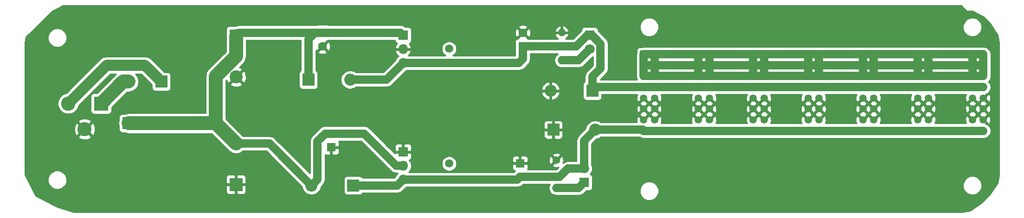
<source format=gbr>
G04 #@! TF.FileFunction,Copper,L2,Bot,Signal*
%FSLAX46Y46*%
G04 Gerber Fmt 4.6, Leading zero omitted, Abs format (unit mm)*
G04 Created by KiCad (PCBNEW 4.0.7-e2-6376~61~ubuntu18.04.1) date Mon Jul 23 21:43:28 2018*
%MOMM*%
%LPD*%
G01*
G04 APERTURE LIST*
%ADD10C,0.100000*%
%ADD11C,1.500000*%
%ADD12R,2.400000X2.400000*%
%ADD13C,2.400000*%
%ADD14R,1.600000X1.600000*%
%ADD15C,1.600000*%
%ADD16R,2.200000X2.200000*%
%ADD17O,2.200000X2.200000*%
%ADD18R,2.600000X2.600000*%
%ADD19C,2.600000*%
%ADD20R,1.350000X1.350000*%
%ADD21C,1.350000*%
%ADD22R,1.800000X1.800000*%
%ADD23C,1.800000*%
%ADD24C,1.400000*%
%ADD25O,1.400000X1.400000*%
%ADD26O,1.800000X1.800000*%
%ADD27C,1.500000*%
%ADD28C,2.500000*%
%ADD29C,2.000000*%
%ADD30C,0.254000*%
G04 APERTURE END LIST*
D10*
D11*
X108500000Y-90000000D03*
D12*
X69628000Y-66636000D03*
D13*
X69628000Y-74136000D03*
D12*
X69628000Y-93828000D03*
D13*
X69628000Y-86328000D03*
D14*
X85376000Y-66048000D03*
D15*
X85376000Y-68548000D03*
D14*
X87000000Y-87000000D03*
D15*
X87000000Y-84500000D03*
D14*
X121952000Y-68548000D03*
D15*
X121952000Y-66048000D03*
D14*
X121444000Y-89924000D03*
D15*
X121444000Y-92424000D03*
D16*
X50000000Y-82620000D03*
D17*
X50000000Y-75000000D03*
D16*
X56000000Y-75000000D03*
D17*
X56000000Y-82620000D03*
D16*
X82836000Y-74644000D03*
D17*
X90456000Y-74644000D03*
D16*
X91000000Y-94000000D03*
D17*
X83380000Y-94000000D03*
D16*
X134652000Y-76676000D03*
D17*
X127032000Y-76676000D03*
D16*
X127540000Y-83788000D03*
D17*
X135160000Y-83788000D03*
D18*
X45000000Y-79000000D03*
D19*
X39000000Y-79000000D03*
X42000000Y-83700000D03*
D20*
X144000000Y-70000000D03*
D21*
X146000000Y-70000000D03*
X144000000Y-72000000D03*
X146000000Y-72000000D03*
X144000000Y-74000000D03*
X146000000Y-74000000D03*
X144000000Y-76000000D03*
X146000000Y-76000000D03*
X144000000Y-78000000D03*
X146000000Y-78000000D03*
X144000000Y-80000000D03*
X146000000Y-80000000D03*
X144000000Y-82000000D03*
X146000000Y-82000000D03*
X144000000Y-84000000D03*
X146000000Y-84000000D03*
D20*
X154000000Y-70000000D03*
D21*
X156000000Y-70000000D03*
X154000000Y-72000000D03*
X156000000Y-72000000D03*
X154000000Y-74000000D03*
X156000000Y-74000000D03*
X154000000Y-76000000D03*
X156000000Y-76000000D03*
X154000000Y-78000000D03*
X156000000Y-78000000D03*
X154000000Y-80000000D03*
X156000000Y-80000000D03*
X154000000Y-82000000D03*
X156000000Y-82000000D03*
X154000000Y-84000000D03*
X156000000Y-84000000D03*
D20*
X164000000Y-70000000D03*
D21*
X166000000Y-70000000D03*
X164000000Y-72000000D03*
X166000000Y-72000000D03*
X164000000Y-74000000D03*
X166000000Y-74000000D03*
X164000000Y-76000000D03*
X166000000Y-76000000D03*
X164000000Y-78000000D03*
X166000000Y-78000000D03*
X164000000Y-80000000D03*
X166000000Y-80000000D03*
X164000000Y-82000000D03*
X166000000Y-82000000D03*
X164000000Y-84000000D03*
X166000000Y-84000000D03*
D20*
X174000000Y-70000000D03*
D21*
X176000000Y-70000000D03*
X174000000Y-72000000D03*
X176000000Y-72000000D03*
X174000000Y-74000000D03*
X176000000Y-74000000D03*
X174000000Y-76000000D03*
X176000000Y-76000000D03*
X174000000Y-78000000D03*
X176000000Y-78000000D03*
X174000000Y-80000000D03*
X176000000Y-80000000D03*
X174000000Y-82000000D03*
X176000000Y-82000000D03*
X174000000Y-84000000D03*
X176000000Y-84000000D03*
D20*
X184000000Y-70000000D03*
D21*
X186000000Y-70000000D03*
X184000000Y-72000000D03*
X186000000Y-72000000D03*
X184000000Y-74000000D03*
X186000000Y-74000000D03*
X184000000Y-76000000D03*
X186000000Y-76000000D03*
X184000000Y-78000000D03*
X186000000Y-78000000D03*
X184000000Y-80000000D03*
X186000000Y-80000000D03*
X184000000Y-82000000D03*
X186000000Y-82000000D03*
X184000000Y-84000000D03*
X186000000Y-84000000D03*
D20*
X194000000Y-70000000D03*
D21*
X196000000Y-70000000D03*
X194000000Y-72000000D03*
X196000000Y-72000000D03*
X194000000Y-74000000D03*
X196000000Y-74000000D03*
X194000000Y-76000000D03*
X196000000Y-76000000D03*
X194000000Y-78000000D03*
X196000000Y-78000000D03*
X194000000Y-80000000D03*
X196000000Y-80000000D03*
X194000000Y-82000000D03*
X196000000Y-82000000D03*
X194000000Y-84000000D03*
X196000000Y-84000000D03*
D20*
X204000000Y-70000000D03*
D21*
X206000000Y-70000000D03*
X204000000Y-72000000D03*
X206000000Y-72000000D03*
X204000000Y-74000000D03*
X206000000Y-74000000D03*
X204000000Y-76000000D03*
X206000000Y-76000000D03*
X204000000Y-78000000D03*
X206000000Y-78000000D03*
X204000000Y-80000000D03*
X206000000Y-80000000D03*
X204000000Y-82000000D03*
X206000000Y-82000000D03*
X204000000Y-84000000D03*
X206000000Y-84000000D03*
D22*
X133128000Y-93440000D03*
D23*
X133128000Y-90900000D03*
D22*
X134144000Y-66516000D03*
D23*
X134144000Y-69056000D03*
D24*
X129064000Y-71088000D03*
D25*
X129064000Y-66008000D03*
D24*
X128048000Y-89376000D03*
D25*
X128048000Y-94456000D03*
D22*
X100108000Y-66516000D03*
D26*
X100108000Y-69056000D03*
X100108000Y-71596000D03*
D22*
X100108000Y-87852000D03*
D26*
X100108000Y-90392000D03*
X100108000Y-92932000D03*
D11*
X108500000Y-69000000D03*
D27*
X87000000Y-84500000D02*
X92975998Y-84500000D01*
X92975998Y-84500000D02*
X98867998Y-90392000D01*
X98867998Y-90392000D02*
X100108000Y-90392000D01*
X83380000Y-94000000D02*
X84479999Y-92900001D01*
X84479999Y-92900001D02*
X84479999Y-85888631D01*
X84479999Y-85888631D02*
X85868630Y-84500000D01*
X85868630Y-84500000D02*
X87000000Y-84500000D01*
X69628000Y-86328000D02*
X75708000Y-86328000D01*
X75708000Y-86328000D02*
X83380000Y-94000000D01*
X85376000Y-66048000D02*
X84000000Y-66048000D01*
X84000000Y-66048000D02*
X70216000Y-66048000D01*
X82836000Y-74644000D02*
X82836000Y-67212000D01*
X82836000Y-67212000D02*
X84000000Y-66048000D01*
X85376000Y-66048000D02*
X99640000Y-66048000D01*
X99640000Y-66048000D02*
X100108000Y-66516000D01*
X70216000Y-66048000D02*
X69628000Y-66636000D01*
D28*
X69628000Y-66636000D02*
X69628000Y-70336000D01*
X69628000Y-70336000D02*
X65920000Y-74044000D01*
X65920000Y-74044000D02*
X65920000Y-82620000D01*
X56000000Y-82620000D02*
X65920000Y-82620000D01*
X65920000Y-82620000D02*
X69628000Y-86328000D01*
X50000000Y-82620000D02*
X56000000Y-82620000D01*
D27*
X184000000Y-76000000D02*
X206000000Y-76000000D01*
X134652000Y-76676000D02*
X134652000Y-74076000D01*
X134652000Y-74076000D02*
X136144001Y-72583999D01*
X136144001Y-72583999D02*
X136144001Y-68095999D01*
X136144001Y-68095999D02*
X134564002Y-66516000D01*
X134564002Y-66516000D02*
X134144000Y-66516000D01*
X121952000Y-68548000D02*
X131691998Y-68548000D01*
X131691998Y-68548000D02*
X133723998Y-66516000D01*
X133723998Y-66516000D02*
X134144000Y-66516000D01*
X100108000Y-71596000D02*
X121204000Y-71596000D01*
X121204000Y-71596000D02*
X121952000Y-70848000D01*
X121952000Y-70848000D02*
X121952000Y-68548000D01*
X90456000Y-74644000D02*
X97060000Y-74644000D01*
X97060000Y-74644000D02*
X100108000Y-71596000D01*
X144000000Y-76000000D02*
X184000000Y-76000000D01*
X134652000Y-76676000D02*
X135328000Y-76000000D01*
X135328000Y-76000000D02*
X144000000Y-76000000D01*
X100108000Y-92932000D02*
X120936000Y-92932000D01*
X120936000Y-92932000D02*
X121444000Y-92424000D01*
X91000000Y-94000000D02*
X99040000Y-94000000D01*
X99040000Y-94000000D02*
X100108000Y-92932000D01*
X133128000Y-90900000D02*
X133128000Y-85820000D01*
X133128000Y-85820000D02*
X135160000Y-83788000D01*
X121444000Y-92424000D02*
X128680002Y-92424000D01*
X128680002Y-92424000D02*
X130204002Y-90900000D01*
X130204002Y-90900000D02*
X131855208Y-90900000D01*
X131855208Y-90900000D02*
X133128000Y-90900000D01*
X156000000Y-84000000D02*
X206000000Y-84000000D01*
X154000000Y-84000000D02*
X156000000Y-84000000D01*
X146000000Y-84000000D02*
X154000000Y-84000000D01*
X144000000Y-84000000D02*
X146000000Y-84000000D01*
X135160000Y-83788000D02*
X143788000Y-83788000D01*
X143788000Y-83788000D02*
X144000000Y-84000000D01*
D28*
X50000000Y-75000000D02*
X49000000Y-75000000D01*
X49000000Y-75000000D02*
X45000000Y-79000000D01*
D29*
X39000000Y-79000000D02*
X46000000Y-72000000D01*
X46000000Y-72000000D02*
X53000000Y-72000000D01*
X53000000Y-72000000D02*
X56000000Y-75000000D01*
D27*
X204000000Y-70000000D02*
X204000000Y-74000000D01*
X196000000Y-70000000D02*
X196000000Y-74000000D01*
X194000000Y-70000000D02*
X194000000Y-74000000D01*
X186000000Y-70000000D02*
X186000000Y-74000000D01*
X184000000Y-70000000D02*
X184000000Y-74000000D01*
X176000000Y-70000000D02*
X176000000Y-74000000D01*
X174000000Y-70000000D02*
X174000000Y-74000000D01*
X166000000Y-70000000D02*
X166000000Y-74000000D01*
X164000000Y-70000000D02*
X164000000Y-74000000D01*
X156000000Y-70000000D02*
X156000000Y-74000000D01*
X154000000Y-74000000D02*
X154000000Y-70000000D01*
X146000000Y-74000000D02*
X146000000Y-70000000D01*
X206000000Y-74000000D02*
X206000000Y-70000000D01*
X144000000Y-74000000D02*
X144000000Y-70000000D01*
X144000000Y-74000000D02*
X206000000Y-74000000D01*
X206000000Y-72000000D02*
X144000000Y-72000000D01*
X144000000Y-70000000D02*
X164000000Y-70000000D01*
X164000000Y-70000000D02*
X206000000Y-70000000D01*
X128048000Y-94456000D02*
X132112000Y-94456000D01*
X132112000Y-94456000D02*
X133128000Y-93440000D01*
X129064000Y-71088000D02*
X132112000Y-71088000D01*
X132112000Y-71088000D02*
X134144000Y-69056000D01*
D30*
G36*
X202910197Y-62089803D02*
X202952211Y-62117666D01*
X203000000Y-62127000D01*
X203970020Y-62127000D01*
X205924768Y-63104374D01*
X207249826Y-64429432D01*
X208532718Y-66349416D01*
X208603653Y-66491285D01*
X208873000Y-67845385D01*
X208873000Y-92154615D01*
X208603653Y-93508715D01*
X208532718Y-93650584D01*
X207249826Y-95570568D01*
X205570566Y-97249828D01*
X203559559Y-98593539D01*
X202154615Y-98873000D01*
X40020610Y-98873000D01*
X37048720Y-97882370D01*
X33094660Y-95905340D01*
X31813790Y-93343599D01*
X35264699Y-93343599D01*
X35528281Y-93981515D01*
X36015918Y-94470004D01*
X36653373Y-94734699D01*
X37343599Y-94735301D01*
X37981515Y-94471719D01*
X38340109Y-94113750D01*
X67793000Y-94113750D01*
X67793000Y-95154309D01*
X67889673Y-95387698D01*
X68068301Y-95566327D01*
X68301690Y-95663000D01*
X69342250Y-95663000D01*
X69501000Y-95504250D01*
X69501000Y-93955000D01*
X69755000Y-93955000D01*
X69755000Y-95504250D01*
X69913750Y-95663000D01*
X70954310Y-95663000D01*
X71187699Y-95566327D01*
X71366327Y-95387698D01*
X71463000Y-95154309D01*
X71463000Y-94113750D01*
X71304250Y-93955000D01*
X69755000Y-93955000D01*
X69501000Y-93955000D01*
X67951750Y-93955000D01*
X67793000Y-94113750D01*
X38340109Y-94113750D01*
X38470004Y-93984082D01*
X38734699Y-93346627D01*
X38735301Y-92656401D01*
X38671377Y-92501691D01*
X67793000Y-92501691D01*
X67793000Y-93542250D01*
X67951750Y-93701000D01*
X69501000Y-93701000D01*
X69501000Y-92151750D01*
X69755000Y-92151750D01*
X69755000Y-93701000D01*
X71304250Y-93701000D01*
X71463000Y-93542250D01*
X71463000Y-92501691D01*
X71366327Y-92268302D01*
X71187699Y-92089673D01*
X70954310Y-91993000D01*
X69913750Y-91993000D01*
X69755000Y-92151750D01*
X69501000Y-92151750D01*
X69342250Y-91993000D01*
X68301690Y-91993000D01*
X68068301Y-92089673D01*
X67889673Y-92268302D01*
X67793000Y-92501691D01*
X38671377Y-92501691D01*
X38471719Y-92018485D01*
X37984082Y-91529996D01*
X37346627Y-91265301D01*
X36656401Y-91264699D01*
X36018485Y-91528281D01*
X35529996Y-92015918D01*
X35265301Y-92653373D01*
X35264699Y-93343599D01*
X31813790Y-93343599D01*
X31127000Y-91970020D01*
X31127000Y-85069459D01*
X40810146Y-85069459D01*
X40945504Y-85367455D01*
X41663880Y-85644066D01*
X42433427Y-85624710D01*
X43054496Y-85367455D01*
X43189854Y-85069459D01*
X42000000Y-83879605D01*
X40810146Y-85069459D01*
X31127000Y-85069459D01*
X31127000Y-83363880D01*
X40055934Y-83363880D01*
X40075290Y-84133427D01*
X40332545Y-84754496D01*
X40630541Y-84889854D01*
X41820395Y-83700000D01*
X42179605Y-83700000D01*
X43369459Y-84889854D01*
X43667455Y-84754496D01*
X43944066Y-84036120D01*
X43924710Y-83266573D01*
X43667455Y-82645504D01*
X43611307Y-82620000D01*
X48115000Y-82620000D01*
X48252560Y-83311561D01*
X48252560Y-83720000D01*
X48296838Y-83955317D01*
X48435910Y-84171441D01*
X48648110Y-84316431D01*
X48900000Y-84367440D01*
X49308439Y-84367440D01*
X50000000Y-84505000D01*
X65139208Y-84505000D01*
X68295104Y-87660896D01*
X68507268Y-87802660D01*
X68587199Y-87882730D01*
X68692607Y-87926499D01*
X68906642Y-88069513D01*
X69156907Y-88119294D01*
X69261395Y-88162681D01*
X69375530Y-88162781D01*
X69628000Y-88213000D01*
X69878265Y-88163219D01*
X69991403Y-88163318D01*
X70096888Y-88119733D01*
X70349359Y-88069513D01*
X70561522Y-87927750D01*
X70666086Y-87884545D01*
X70746863Y-87803908D01*
X70882917Y-87713000D01*
X75134314Y-87713000D01*
X81658111Y-94236797D01*
X81743078Y-94663956D01*
X82119179Y-95226830D01*
X82682053Y-95602931D01*
X83346009Y-95735000D01*
X83413991Y-95735000D01*
X84077947Y-95602931D01*
X84640821Y-95226830D01*
X85016922Y-94663956D01*
X85101889Y-94236797D01*
X85459342Y-93879344D01*
X85759573Y-93430017D01*
X85865000Y-92900001D01*
X85864999Y-92899996D01*
X85864999Y-88348557D01*
X86073690Y-88435000D01*
X86714250Y-88435000D01*
X86873000Y-88276250D01*
X86873000Y-87127000D01*
X87127000Y-87127000D01*
X87127000Y-88276250D01*
X87285750Y-88435000D01*
X87926310Y-88435000D01*
X88159699Y-88338327D01*
X88338327Y-88159698D01*
X88435000Y-87926309D01*
X88435000Y-87285750D01*
X88276250Y-87127000D01*
X87127000Y-87127000D01*
X86873000Y-87127000D01*
X86853000Y-87127000D01*
X86853000Y-86873000D01*
X86873000Y-86873000D01*
X86873000Y-86853000D01*
X87127000Y-86853000D01*
X87127000Y-86873000D01*
X88276250Y-86873000D01*
X88435000Y-86714250D01*
X88435000Y-86073691D01*
X88356842Y-85885000D01*
X92402312Y-85885000D01*
X97888655Y-91371343D01*
X98337981Y-91671573D01*
X98867998Y-91777000D01*
X99081735Y-91777000D01*
X99022591Y-91816519D01*
X98689845Y-92314509D01*
X98670736Y-92410578D01*
X98466314Y-92615000D01*
X92671192Y-92615000D01*
X92564090Y-92448559D01*
X92351890Y-92303569D01*
X92100000Y-92252560D01*
X89900000Y-92252560D01*
X89664683Y-92296838D01*
X89448559Y-92435910D01*
X89303569Y-92648110D01*
X89252560Y-92900000D01*
X89252560Y-95100000D01*
X89296838Y-95335317D01*
X89435910Y-95551441D01*
X89648110Y-95696431D01*
X89900000Y-95747440D01*
X92100000Y-95747440D01*
X92335317Y-95703162D01*
X92551441Y-95564090D01*
X92673808Y-95385000D01*
X99040000Y-95385000D01*
X99570017Y-95279573D01*
X100019343Y-94979343D01*
X100599350Y-94399336D01*
X100695419Y-94380227D01*
X100790045Y-94317000D01*
X120936000Y-94317000D01*
X121466017Y-94211573D01*
X121915343Y-93911343D01*
X122017686Y-93809000D01*
X126846593Y-93809000D01*
X126768427Y-93925983D01*
X126663000Y-94456000D01*
X126768427Y-94986017D01*
X127068657Y-95435343D01*
X127517983Y-95735573D01*
X128048000Y-95841000D01*
X132112000Y-95841000D01*
X132642017Y-95735573D01*
X133091343Y-95435343D01*
X133183087Y-95343599D01*
X143264699Y-95343599D01*
X143528281Y-95981515D01*
X144015918Y-96470004D01*
X144653373Y-96734699D01*
X145343599Y-96735301D01*
X145981515Y-96471719D01*
X146470004Y-95984082D01*
X146734699Y-95346627D01*
X146735301Y-94656401D01*
X146606054Y-94343599D01*
X202264699Y-94343599D01*
X202528281Y-94981515D01*
X203015918Y-95470004D01*
X203653373Y-95734699D01*
X204343599Y-95735301D01*
X204981515Y-95471719D01*
X205470004Y-94984082D01*
X205734699Y-94346627D01*
X205735301Y-93656401D01*
X205471719Y-93018485D01*
X204984082Y-92529996D01*
X204346627Y-92265301D01*
X203656401Y-92264699D01*
X203018485Y-92528281D01*
X202529996Y-93015918D01*
X202265301Y-93653373D01*
X202264699Y-94343599D01*
X146606054Y-94343599D01*
X146471719Y-94018485D01*
X145984082Y-93529996D01*
X145346627Y-93265301D01*
X144656401Y-93264699D01*
X144018485Y-93528281D01*
X143529996Y-94015918D01*
X143265301Y-94653373D01*
X143264699Y-95343599D01*
X133183087Y-95343599D01*
X133539246Y-94987440D01*
X134028000Y-94987440D01*
X134263317Y-94943162D01*
X134479441Y-94804090D01*
X134624431Y-94591890D01*
X134675440Y-94340000D01*
X134675440Y-92540000D01*
X134631162Y-92304683D01*
X134492090Y-92088559D01*
X134279890Y-91943569D01*
X134259466Y-91939433D01*
X134428551Y-91770643D01*
X134662733Y-91206670D01*
X134663265Y-90596009D01*
X134513000Y-90232340D01*
X134513000Y-86393686D01*
X135430788Y-85475898D01*
X135857947Y-85390931D01*
X136184103Y-85173000D01*
X143310485Y-85173000D01*
X143469983Y-85279573D01*
X144000000Y-85385000D01*
X206000000Y-85385000D01*
X206530017Y-85279573D01*
X206979343Y-84979343D01*
X207279573Y-84530017D01*
X207385000Y-84000000D01*
X207279573Y-83469983D01*
X206979343Y-83020657D01*
X206562580Y-82742185D01*
X206000000Y-82179605D01*
X205985858Y-82193748D01*
X205806253Y-82014143D01*
X205820395Y-82000000D01*
X206179605Y-82000000D01*
X206917147Y-82737542D01*
X207150328Y-82678781D01*
X207322522Y-82186900D01*
X207293375Y-81666566D01*
X207150328Y-81321219D01*
X206917147Y-81262458D01*
X206179605Y-82000000D01*
X205820395Y-82000000D01*
X205156490Y-81336095D01*
X205150328Y-81321219D01*
X205138678Y-81318283D01*
X205082853Y-81262458D01*
X205000000Y-81283337D01*
X204917147Y-81262458D01*
X204861322Y-81318283D01*
X204849672Y-81321219D01*
X204844978Y-81334627D01*
X204179605Y-82000000D01*
X204193748Y-82014143D01*
X204014143Y-82193748D01*
X204000000Y-82179605D01*
X203985858Y-82193748D01*
X203806253Y-82014143D01*
X203820395Y-82000000D01*
X203082853Y-81262458D01*
X202849672Y-81321219D01*
X202677478Y-81813100D01*
X202706625Y-82333434D01*
X202823253Y-82615000D01*
X197172656Y-82615000D01*
X197322522Y-82186900D01*
X197293375Y-81666566D01*
X197150328Y-81321219D01*
X196917147Y-81262458D01*
X196179605Y-82000000D01*
X196193748Y-82014143D01*
X196014143Y-82193748D01*
X196000000Y-82179605D01*
X195985858Y-82193748D01*
X195806253Y-82014143D01*
X195820395Y-82000000D01*
X195156490Y-81336095D01*
X195150328Y-81321219D01*
X195138678Y-81318283D01*
X195082853Y-81262458D01*
X195000000Y-81283337D01*
X194917147Y-81262458D01*
X194861322Y-81318283D01*
X194849672Y-81321219D01*
X194844978Y-81334627D01*
X194179605Y-82000000D01*
X194193748Y-82014143D01*
X194014143Y-82193748D01*
X194000000Y-82179605D01*
X193985858Y-82193748D01*
X193806253Y-82014143D01*
X193820395Y-82000000D01*
X193082853Y-81262458D01*
X192849672Y-81321219D01*
X192677478Y-81813100D01*
X192706625Y-82333434D01*
X192823253Y-82615000D01*
X187172656Y-82615000D01*
X187322522Y-82186900D01*
X187293375Y-81666566D01*
X187150328Y-81321219D01*
X186917147Y-81262458D01*
X186179605Y-82000000D01*
X186193748Y-82014143D01*
X186014143Y-82193748D01*
X186000000Y-82179605D01*
X185985858Y-82193748D01*
X185806253Y-82014143D01*
X185820395Y-82000000D01*
X185156490Y-81336095D01*
X185150328Y-81321219D01*
X185138678Y-81318283D01*
X185082853Y-81262458D01*
X185000000Y-81283337D01*
X184917147Y-81262458D01*
X184861322Y-81318283D01*
X184849672Y-81321219D01*
X184844978Y-81334627D01*
X184179605Y-82000000D01*
X184193748Y-82014143D01*
X184014143Y-82193748D01*
X184000000Y-82179605D01*
X183985858Y-82193748D01*
X183806253Y-82014143D01*
X183820395Y-82000000D01*
X183082853Y-81262458D01*
X182849672Y-81321219D01*
X182677478Y-81813100D01*
X182706625Y-82333434D01*
X182823253Y-82615000D01*
X177172656Y-82615000D01*
X177322522Y-82186900D01*
X177293375Y-81666566D01*
X177150328Y-81321219D01*
X176917147Y-81262458D01*
X176179605Y-82000000D01*
X176193748Y-82014143D01*
X176014143Y-82193748D01*
X176000000Y-82179605D01*
X175985858Y-82193748D01*
X175806253Y-82014143D01*
X175820395Y-82000000D01*
X175156490Y-81336095D01*
X175150328Y-81321219D01*
X175138678Y-81318283D01*
X175082853Y-81262458D01*
X175000000Y-81283337D01*
X174917147Y-81262458D01*
X174861322Y-81318283D01*
X174849672Y-81321219D01*
X174844978Y-81334627D01*
X174179605Y-82000000D01*
X174193748Y-82014143D01*
X174014143Y-82193748D01*
X174000000Y-82179605D01*
X173985858Y-82193748D01*
X173806253Y-82014143D01*
X173820395Y-82000000D01*
X173082853Y-81262458D01*
X172849672Y-81321219D01*
X172677478Y-81813100D01*
X172706625Y-82333434D01*
X172823253Y-82615000D01*
X167172656Y-82615000D01*
X167322522Y-82186900D01*
X167293375Y-81666566D01*
X167150328Y-81321219D01*
X166917147Y-81262458D01*
X166179605Y-82000000D01*
X166193748Y-82014143D01*
X166014143Y-82193748D01*
X166000000Y-82179605D01*
X165985858Y-82193748D01*
X165806253Y-82014143D01*
X165820395Y-82000000D01*
X165156490Y-81336095D01*
X165150328Y-81321219D01*
X165138678Y-81318283D01*
X165082853Y-81262458D01*
X165000000Y-81283337D01*
X164917147Y-81262458D01*
X164861322Y-81318283D01*
X164849672Y-81321219D01*
X164844978Y-81334627D01*
X164179605Y-82000000D01*
X164193748Y-82014143D01*
X164014143Y-82193748D01*
X164000000Y-82179605D01*
X163985858Y-82193748D01*
X163806253Y-82014143D01*
X163820395Y-82000000D01*
X163082853Y-81262458D01*
X162849672Y-81321219D01*
X162677478Y-81813100D01*
X162706625Y-82333434D01*
X162823253Y-82615000D01*
X157172656Y-82615000D01*
X157322522Y-82186900D01*
X157293375Y-81666566D01*
X157150328Y-81321219D01*
X156917147Y-81262458D01*
X156179605Y-82000000D01*
X156193748Y-82014143D01*
X156014143Y-82193748D01*
X156000000Y-82179605D01*
X155985858Y-82193748D01*
X155806253Y-82014143D01*
X155820395Y-82000000D01*
X155156490Y-81336095D01*
X155150328Y-81321219D01*
X155138678Y-81318283D01*
X155082853Y-81262458D01*
X155000000Y-81283337D01*
X154917147Y-81262458D01*
X154861322Y-81318283D01*
X154849672Y-81321219D01*
X154844978Y-81334627D01*
X154179605Y-82000000D01*
X154193748Y-82014143D01*
X154014143Y-82193748D01*
X154000000Y-82179605D01*
X153985858Y-82193748D01*
X153806253Y-82014143D01*
X153820395Y-82000000D01*
X153082853Y-81262458D01*
X152849672Y-81321219D01*
X152677478Y-81813100D01*
X152706625Y-82333434D01*
X152823253Y-82615000D01*
X147172656Y-82615000D01*
X147322522Y-82186900D01*
X147293375Y-81666566D01*
X147150328Y-81321219D01*
X146917147Y-81262458D01*
X146179605Y-82000000D01*
X146193748Y-82014143D01*
X146014143Y-82193748D01*
X146000000Y-82179605D01*
X145985858Y-82193748D01*
X145806253Y-82014143D01*
X145820395Y-82000000D01*
X145156490Y-81336095D01*
X145150328Y-81321219D01*
X145138678Y-81318283D01*
X145082853Y-81262458D01*
X145000000Y-81283337D01*
X144917147Y-81262458D01*
X144861322Y-81318283D01*
X144849672Y-81321219D01*
X144844978Y-81334627D01*
X144179605Y-82000000D01*
X144193748Y-82014143D01*
X144014143Y-82193748D01*
X144000000Y-82179605D01*
X143985858Y-82193748D01*
X143806253Y-82014143D01*
X143820395Y-82000000D01*
X143082853Y-81262458D01*
X142849672Y-81321219D01*
X142677478Y-81813100D01*
X142706625Y-82333434D01*
X142735440Y-82403000D01*
X136184103Y-82403000D01*
X135857947Y-82185069D01*
X135193991Y-82053000D01*
X135126009Y-82053000D01*
X134462053Y-82185069D01*
X133899179Y-82561170D01*
X133523078Y-83124044D01*
X133438111Y-83551203D01*
X132148657Y-84840657D01*
X131848427Y-85289983D01*
X131743000Y-85820000D01*
X131743000Y-89515000D01*
X130204002Y-89515000D01*
X129673985Y-89620427D01*
X129305916Y-89866363D01*
X129285993Y-89879675D01*
X129395419Y-89568878D01*
X129366664Y-89038560D01*
X129219042Y-88682169D01*
X128983275Y-88620331D01*
X128227605Y-89376000D01*
X128241748Y-89390142D01*
X128062142Y-89569748D01*
X128048000Y-89555605D01*
X127292331Y-90311275D01*
X127354169Y-90547042D01*
X127855122Y-90723419D01*
X128385440Y-90694664D01*
X128496764Y-90648552D01*
X128106316Y-91039000D01*
X122800842Y-91039000D01*
X122879000Y-90850309D01*
X122879000Y-90209750D01*
X122720250Y-90051000D01*
X121571000Y-90051000D01*
X121571000Y-90071000D01*
X121317000Y-90071000D01*
X121317000Y-90051000D01*
X120167750Y-90051000D01*
X120009000Y-90209750D01*
X120009000Y-90850309D01*
X120105673Y-91083698D01*
X120284301Y-91262327D01*
X120490835Y-91347876D01*
X120291363Y-91547000D01*
X101134265Y-91547000D01*
X101193409Y-91507481D01*
X101526155Y-91009491D01*
X101643000Y-90422072D01*
X101643000Y-90361928D01*
X101625567Y-90274285D01*
X107114760Y-90274285D01*
X107325169Y-90783515D01*
X107714436Y-91173461D01*
X108223298Y-91384759D01*
X108774285Y-91385240D01*
X109283515Y-91174831D01*
X109673461Y-90785564D01*
X109884759Y-90276702D01*
X109885240Y-89725715D01*
X109674831Y-89216485D01*
X109456418Y-88997691D01*
X120009000Y-88997691D01*
X120009000Y-89638250D01*
X120167750Y-89797000D01*
X121317000Y-89797000D01*
X121317000Y-88647750D01*
X121571000Y-88647750D01*
X121571000Y-89797000D01*
X122720250Y-89797000D01*
X122879000Y-89638250D01*
X122879000Y-89183122D01*
X126700581Y-89183122D01*
X126729336Y-89713440D01*
X126876958Y-90069831D01*
X127112725Y-90131669D01*
X127868395Y-89376000D01*
X127112725Y-88620331D01*
X126876958Y-88682169D01*
X126700581Y-89183122D01*
X122879000Y-89183122D01*
X122879000Y-88997691D01*
X122782327Y-88764302D01*
X122603699Y-88585673D01*
X122370310Y-88489000D01*
X121729750Y-88489000D01*
X121571000Y-88647750D01*
X121317000Y-88647750D01*
X121158250Y-88489000D01*
X120517690Y-88489000D01*
X120284301Y-88585673D01*
X120105673Y-88764302D01*
X120009000Y-88997691D01*
X109456418Y-88997691D01*
X109285564Y-88826539D01*
X108776702Y-88615241D01*
X108225715Y-88614760D01*
X107716485Y-88825169D01*
X107326539Y-89214436D01*
X107115241Y-89723298D01*
X107114760Y-90274285D01*
X101625567Y-90274285D01*
X101526155Y-89774509D01*
X101238417Y-89343878D01*
X101367699Y-89290327D01*
X101546327Y-89111698D01*
X101643000Y-88878309D01*
X101643000Y-88440725D01*
X127292331Y-88440725D01*
X128048000Y-89196395D01*
X128803669Y-88440725D01*
X128741831Y-88204958D01*
X128240878Y-88028581D01*
X127710560Y-88057336D01*
X127354169Y-88204958D01*
X127292331Y-88440725D01*
X101643000Y-88440725D01*
X101643000Y-88137750D01*
X101484250Y-87979000D01*
X100235000Y-87979000D01*
X100235000Y-87999000D01*
X99981000Y-87999000D01*
X99981000Y-87979000D01*
X98731750Y-87979000D01*
X98573000Y-88137750D01*
X98573000Y-88138316D01*
X97260375Y-86825691D01*
X98573000Y-86825691D01*
X98573000Y-87566250D01*
X98731750Y-87725000D01*
X99981000Y-87725000D01*
X99981000Y-86475750D01*
X100235000Y-86475750D01*
X100235000Y-87725000D01*
X101484250Y-87725000D01*
X101643000Y-87566250D01*
X101643000Y-86825691D01*
X101546327Y-86592302D01*
X101367699Y-86413673D01*
X101134310Y-86317000D01*
X100393750Y-86317000D01*
X100235000Y-86475750D01*
X99981000Y-86475750D01*
X99822250Y-86317000D01*
X99081690Y-86317000D01*
X98848301Y-86413673D01*
X98669673Y-86592302D01*
X98573000Y-86825691D01*
X97260375Y-86825691D01*
X94508434Y-84073750D01*
X125805000Y-84073750D01*
X125805000Y-85014310D01*
X125901673Y-85247699D01*
X126080302Y-85426327D01*
X126313691Y-85523000D01*
X127254250Y-85523000D01*
X127413000Y-85364250D01*
X127413000Y-83915000D01*
X127667000Y-83915000D01*
X127667000Y-85364250D01*
X127825750Y-85523000D01*
X128766309Y-85523000D01*
X128999698Y-85426327D01*
X129178327Y-85247699D01*
X129275000Y-85014310D01*
X129275000Y-84073750D01*
X129116250Y-83915000D01*
X127667000Y-83915000D01*
X127413000Y-83915000D01*
X125963750Y-83915000D01*
X125805000Y-84073750D01*
X94508434Y-84073750D01*
X93955341Y-83520657D01*
X93879502Y-83469983D01*
X93506015Y-83220427D01*
X92975998Y-83115000D01*
X87406502Y-83115000D01*
X87286691Y-83065250D01*
X86715813Y-83064752D01*
X86594203Y-83115000D01*
X85868630Y-83115000D01*
X85338614Y-83220426D01*
X84889287Y-83520657D01*
X83500656Y-84909288D01*
X83200426Y-85358614D01*
X83094999Y-85888631D01*
X83094999Y-91756313D01*
X76687343Y-85348657D01*
X76635360Y-85313923D01*
X76238017Y-85048427D01*
X75708000Y-84943000D01*
X70908792Y-84943000D01*
X68527482Y-82561690D01*
X125805000Y-82561690D01*
X125805000Y-83502250D01*
X125963750Y-83661000D01*
X127413000Y-83661000D01*
X127413000Y-82211750D01*
X127667000Y-82211750D01*
X127667000Y-83661000D01*
X129116250Y-83661000D01*
X129275000Y-83502250D01*
X129275000Y-82561690D01*
X129178327Y-82328301D01*
X128999698Y-82149673D01*
X128766309Y-82053000D01*
X127825750Y-82053000D01*
X127667000Y-82211750D01*
X127413000Y-82211750D01*
X127254250Y-82053000D01*
X126313691Y-82053000D01*
X126080302Y-82149673D01*
X125901673Y-82328301D01*
X125805000Y-82561690D01*
X68527482Y-82561690D01*
X67805000Y-81839208D01*
X67805000Y-80917147D01*
X143262458Y-80917147D01*
X143283337Y-81000000D01*
X143262458Y-81082853D01*
X143318283Y-81138678D01*
X143321219Y-81150328D01*
X143334627Y-81155022D01*
X144000000Y-81820395D01*
X144663905Y-81156490D01*
X144678781Y-81150328D01*
X144681717Y-81138678D01*
X144737542Y-81082853D01*
X144716663Y-81000000D01*
X144737542Y-80917147D01*
X145262458Y-80917147D01*
X145283337Y-81000000D01*
X145262458Y-81082853D01*
X145318283Y-81138678D01*
X145321219Y-81150328D01*
X145334627Y-81155022D01*
X146000000Y-81820395D01*
X146663905Y-81156490D01*
X146678781Y-81150328D01*
X146681717Y-81138678D01*
X146737542Y-81082853D01*
X146716663Y-81000000D01*
X146737542Y-80917147D01*
X153262458Y-80917147D01*
X153283337Y-81000000D01*
X153262458Y-81082853D01*
X153318283Y-81138678D01*
X153321219Y-81150328D01*
X153334627Y-81155022D01*
X154000000Y-81820395D01*
X154663905Y-81156490D01*
X154678781Y-81150328D01*
X154681717Y-81138678D01*
X154737542Y-81082853D01*
X154716663Y-81000000D01*
X154737542Y-80917147D01*
X155262458Y-80917147D01*
X155283337Y-81000000D01*
X155262458Y-81082853D01*
X155318283Y-81138678D01*
X155321219Y-81150328D01*
X155334627Y-81155022D01*
X156000000Y-81820395D01*
X156663905Y-81156490D01*
X156678781Y-81150328D01*
X156681717Y-81138678D01*
X156737542Y-81082853D01*
X156716663Y-81000000D01*
X156737542Y-80917147D01*
X163262458Y-80917147D01*
X163283337Y-81000000D01*
X163262458Y-81082853D01*
X163318283Y-81138678D01*
X163321219Y-81150328D01*
X163334627Y-81155022D01*
X164000000Y-81820395D01*
X164663905Y-81156490D01*
X164678781Y-81150328D01*
X164681717Y-81138678D01*
X164737542Y-81082853D01*
X164716663Y-81000000D01*
X164737542Y-80917147D01*
X165262458Y-80917147D01*
X165283337Y-81000000D01*
X165262458Y-81082853D01*
X165318283Y-81138678D01*
X165321219Y-81150328D01*
X165334627Y-81155022D01*
X166000000Y-81820395D01*
X166663905Y-81156490D01*
X166678781Y-81150328D01*
X166681717Y-81138678D01*
X166737542Y-81082853D01*
X166716663Y-81000000D01*
X166737542Y-80917147D01*
X173262458Y-80917147D01*
X173283337Y-81000000D01*
X173262458Y-81082853D01*
X173318283Y-81138678D01*
X173321219Y-81150328D01*
X173334627Y-81155022D01*
X174000000Y-81820395D01*
X174663905Y-81156490D01*
X174678781Y-81150328D01*
X174681717Y-81138678D01*
X174737542Y-81082853D01*
X174716663Y-81000000D01*
X174737542Y-80917147D01*
X175262458Y-80917147D01*
X175283337Y-81000000D01*
X175262458Y-81082853D01*
X175318283Y-81138678D01*
X175321219Y-81150328D01*
X175334627Y-81155022D01*
X176000000Y-81820395D01*
X176663905Y-81156490D01*
X176678781Y-81150328D01*
X176681717Y-81138678D01*
X176737542Y-81082853D01*
X176716663Y-81000000D01*
X176737542Y-80917147D01*
X183262458Y-80917147D01*
X183283337Y-81000000D01*
X183262458Y-81082853D01*
X183318283Y-81138678D01*
X183321219Y-81150328D01*
X183334627Y-81155022D01*
X184000000Y-81820395D01*
X184663905Y-81156490D01*
X184678781Y-81150328D01*
X184681717Y-81138678D01*
X184737542Y-81082853D01*
X184716663Y-81000000D01*
X184737542Y-80917147D01*
X185262458Y-80917147D01*
X185283337Y-81000000D01*
X185262458Y-81082853D01*
X185318283Y-81138678D01*
X185321219Y-81150328D01*
X185334627Y-81155022D01*
X186000000Y-81820395D01*
X186663905Y-81156490D01*
X186678781Y-81150328D01*
X186681717Y-81138678D01*
X186737542Y-81082853D01*
X186716663Y-81000000D01*
X186737542Y-80917147D01*
X193262458Y-80917147D01*
X193283337Y-81000000D01*
X193262458Y-81082853D01*
X193318283Y-81138678D01*
X193321219Y-81150328D01*
X193334627Y-81155022D01*
X194000000Y-81820395D01*
X194663905Y-81156490D01*
X194678781Y-81150328D01*
X194681717Y-81138678D01*
X194737542Y-81082853D01*
X194716663Y-81000000D01*
X194737542Y-80917147D01*
X195262458Y-80917147D01*
X195283337Y-81000000D01*
X195262458Y-81082853D01*
X195318283Y-81138678D01*
X195321219Y-81150328D01*
X195334627Y-81155022D01*
X196000000Y-81820395D01*
X196663905Y-81156490D01*
X196678781Y-81150328D01*
X196681717Y-81138678D01*
X196737542Y-81082853D01*
X196716663Y-81000000D01*
X196737542Y-80917147D01*
X203262458Y-80917147D01*
X203283337Y-81000000D01*
X203262458Y-81082853D01*
X203318283Y-81138678D01*
X203321219Y-81150328D01*
X203334627Y-81155022D01*
X204000000Y-81820395D01*
X204663905Y-81156490D01*
X204678781Y-81150328D01*
X204681717Y-81138678D01*
X204737542Y-81082853D01*
X204716663Y-81000000D01*
X204737542Y-80917147D01*
X205262458Y-80917147D01*
X205283337Y-81000000D01*
X205262458Y-81082853D01*
X205318283Y-81138678D01*
X205321219Y-81150328D01*
X205334627Y-81155022D01*
X206000000Y-81820395D01*
X206663905Y-81156490D01*
X206678781Y-81150328D01*
X206681717Y-81138678D01*
X206737542Y-81082853D01*
X206716663Y-81000000D01*
X206737542Y-80917147D01*
X206681717Y-80861322D01*
X206678781Y-80849672D01*
X206665373Y-80844978D01*
X206000000Y-80179605D01*
X205336095Y-80843510D01*
X205321219Y-80849672D01*
X205318283Y-80861322D01*
X205262458Y-80917147D01*
X204737542Y-80917147D01*
X204681717Y-80861322D01*
X204678781Y-80849672D01*
X204665373Y-80844978D01*
X204000000Y-80179605D01*
X203336095Y-80843510D01*
X203321219Y-80849672D01*
X203318283Y-80861322D01*
X203262458Y-80917147D01*
X196737542Y-80917147D01*
X196681717Y-80861322D01*
X196678781Y-80849672D01*
X196665373Y-80844978D01*
X196000000Y-80179605D01*
X195336095Y-80843510D01*
X195321219Y-80849672D01*
X195318283Y-80861322D01*
X195262458Y-80917147D01*
X194737542Y-80917147D01*
X194681717Y-80861322D01*
X194678781Y-80849672D01*
X194665373Y-80844978D01*
X194000000Y-80179605D01*
X193336095Y-80843510D01*
X193321219Y-80849672D01*
X193318283Y-80861322D01*
X193262458Y-80917147D01*
X186737542Y-80917147D01*
X186681717Y-80861322D01*
X186678781Y-80849672D01*
X186665373Y-80844978D01*
X186000000Y-80179605D01*
X185336095Y-80843510D01*
X185321219Y-80849672D01*
X185318283Y-80861322D01*
X185262458Y-80917147D01*
X184737542Y-80917147D01*
X184681717Y-80861322D01*
X184678781Y-80849672D01*
X184665373Y-80844978D01*
X184000000Y-80179605D01*
X183336095Y-80843510D01*
X183321219Y-80849672D01*
X183318283Y-80861322D01*
X183262458Y-80917147D01*
X176737542Y-80917147D01*
X176681717Y-80861322D01*
X176678781Y-80849672D01*
X176665373Y-80844978D01*
X176000000Y-80179605D01*
X175336095Y-80843510D01*
X175321219Y-80849672D01*
X175318283Y-80861322D01*
X175262458Y-80917147D01*
X174737542Y-80917147D01*
X174681717Y-80861322D01*
X174678781Y-80849672D01*
X174665373Y-80844978D01*
X174000000Y-80179605D01*
X173336095Y-80843510D01*
X173321219Y-80849672D01*
X173318283Y-80861322D01*
X173262458Y-80917147D01*
X166737542Y-80917147D01*
X166681717Y-80861322D01*
X166678781Y-80849672D01*
X166665373Y-80844978D01*
X166000000Y-80179605D01*
X165336095Y-80843510D01*
X165321219Y-80849672D01*
X165318283Y-80861322D01*
X165262458Y-80917147D01*
X164737542Y-80917147D01*
X164681717Y-80861322D01*
X164678781Y-80849672D01*
X164665373Y-80844978D01*
X164000000Y-80179605D01*
X163336095Y-80843510D01*
X163321219Y-80849672D01*
X163318283Y-80861322D01*
X163262458Y-80917147D01*
X156737542Y-80917147D01*
X156681717Y-80861322D01*
X156678781Y-80849672D01*
X156665373Y-80844978D01*
X156000000Y-80179605D01*
X155336095Y-80843510D01*
X155321219Y-80849672D01*
X155318283Y-80861322D01*
X155262458Y-80917147D01*
X154737542Y-80917147D01*
X154681717Y-80861322D01*
X154678781Y-80849672D01*
X154665373Y-80844978D01*
X154000000Y-80179605D01*
X153336095Y-80843510D01*
X153321219Y-80849672D01*
X153318283Y-80861322D01*
X153262458Y-80917147D01*
X146737542Y-80917147D01*
X146681717Y-80861322D01*
X146678781Y-80849672D01*
X146665373Y-80844978D01*
X146000000Y-80179605D01*
X145336095Y-80843510D01*
X145321219Y-80849672D01*
X145318283Y-80861322D01*
X145262458Y-80917147D01*
X144737542Y-80917147D01*
X144681717Y-80861322D01*
X144678781Y-80849672D01*
X144665373Y-80844978D01*
X144000000Y-80179605D01*
X143336095Y-80843510D01*
X143321219Y-80849672D01*
X143318283Y-80861322D01*
X143262458Y-80917147D01*
X67805000Y-80917147D01*
X67805000Y-79813100D01*
X142677478Y-79813100D01*
X142706625Y-80333434D01*
X142849672Y-80678781D01*
X143082853Y-80737542D01*
X143820395Y-80000000D01*
X144179605Y-80000000D01*
X144843510Y-80663905D01*
X144849672Y-80678781D01*
X144861322Y-80681717D01*
X144917147Y-80737542D01*
X145000000Y-80716663D01*
X145082853Y-80737542D01*
X145138678Y-80681717D01*
X145150328Y-80678781D01*
X145155022Y-80665373D01*
X145820395Y-80000000D01*
X146179605Y-80000000D01*
X146917147Y-80737542D01*
X147150328Y-80678781D01*
X147322522Y-80186900D01*
X147301584Y-79813100D01*
X152677478Y-79813100D01*
X152706625Y-80333434D01*
X152849672Y-80678781D01*
X153082853Y-80737542D01*
X153820395Y-80000000D01*
X154179605Y-80000000D01*
X154843510Y-80663905D01*
X154849672Y-80678781D01*
X154861322Y-80681717D01*
X154917147Y-80737542D01*
X155000000Y-80716663D01*
X155082853Y-80737542D01*
X155138678Y-80681717D01*
X155150328Y-80678781D01*
X155155022Y-80665373D01*
X155820395Y-80000000D01*
X156179605Y-80000000D01*
X156917147Y-80737542D01*
X157150328Y-80678781D01*
X157322522Y-80186900D01*
X157301584Y-79813100D01*
X162677478Y-79813100D01*
X162706625Y-80333434D01*
X162849672Y-80678781D01*
X163082853Y-80737542D01*
X163820395Y-80000000D01*
X164179605Y-80000000D01*
X164843510Y-80663905D01*
X164849672Y-80678781D01*
X164861322Y-80681717D01*
X164917147Y-80737542D01*
X165000000Y-80716663D01*
X165082853Y-80737542D01*
X165138678Y-80681717D01*
X165150328Y-80678781D01*
X165155022Y-80665373D01*
X165820395Y-80000000D01*
X166179605Y-80000000D01*
X166917147Y-80737542D01*
X167150328Y-80678781D01*
X167322522Y-80186900D01*
X167301584Y-79813100D01*
X172677478Y-79813100D01*
X172706625Y-80333434D01*
X172849672Y-80678781D01*
X173082853Y-80737542D01*
X173820395Y-80000000D01*
X174179605Y-80000000D01*
X174843510Y-80663905D01*
X174849672Y-80678781D01*
X174861322Y-80681717D01*
X174917147Y-80737542D01*
X175000000Y-80716663D01*
X175082853Y-80737542D01*
X175138678Y-80681717D01*
X175150328Y-80678781D01*
X175155022Y-80665373D01*
X175820395Y-80000000D01*
X176179605Y-80000000D01*
X176917147Y-80737542D01*
X177150328Y-80678781D01*
X177322522Y-80186900D01*
X177301584Y-79813100D01*
X182677478Y-79813100D01*
X182706625Y-80333434D01*
X182849672Y-80678781D01*
X183082853Y-80737542D01*
X183820395Y-80000000D01*
X184179605Y-80000000D01*
X184843510Y-80663905D01*
X184849672Y-80678781D01*
X184861322Y-80681717D01*
X184917147Y-80737542D01*
X185000000Y-80716663D01*
X185082853Y-80737542D01*
X185138678Y-80681717D01*
X185150328Y-80678781D01*
X185155022Y-80665373D01*
X185820395Y-80000000D01*
X186179605Y-80000000D01*
X186917147Y-80737542D01*
X187150328Y-80678781D01*
X187322522Y-80186900D01*
X187301584Y-79813100D01*
X192677478Y-79813100D01*
X192706625Y-80333434D01*
X192849672Y-80678781D01*
X193082853Y-80737542D01*
X193820395Y-80000000D01*
X194179605Y-80000000D01*
X194843510Y-80663905D01*
X194849672Y-80678781D01*
X194861322Y-80681717D01*
X194917147Y-80737542D01*
X195000000Y-80716663D01*
X195082853Y-80737542D01*
X195138678Y-80681717D01*
X195150328Y-80678781D01*
X195155022Y-80665373D01*
X195820395Y-80000000D01*
X196179605Y-80000000D01*
X196917147Y-80737542D01*
X197150328Y-80678781D01*
X197322522Y-80186900D01*
X197301584Y-79813100D01*
X202677478Y-79813100D01*
X202706625Y-80333434D01*
X202849672Y-80678781D01*
X203082853Y-80737542D01*
X203820395Y-80000000D01*
X204179605Y-80000000D01*
X204843510Y-80663905D01*
X204849672Y-80678781D01*
X204861322Y-80681717D01*
X204917147Y-80737542D01*
X205000000Y-80716663D01*
X205082853Y-80737542D01*
X205138678Y-80681717D01*
X205150328Y-80678781D01*
X205155022Y-80665373D01*
X205820395Y-80000000D01*
X206179605Y-80000000D01*
X206917147Y-80737542D01*
X207150328Y-80678781D01*
X207322522Y-80186900D01*
X207293375Y-79666566D01*
X207150328Y-79321219D01*
X206917147Y-79262458D01*
X206179605Y-80000000D01*
X205820395Y-80000000D01*
X205156490Y-79336095D01*
X205150328Y-79321219D01*
X205138678Y-79318283D01*
X205082853Y-79262458D01*
X205000000Y-79283337D01*
X204917147Y-79262458D01*
X204861322Y-79318283D01*
X204849672Y-79321219D01*
X204844978Y-79334627D01*
X204179605Y-80000000D01*
X203820395Y-80000000D01*
X203082853Y-79262458D01*
X202849672Y-79321219D01*
X202677478Y-79813100D01*
X197301584Y-79813100D01*
X197293375Y-79666566D01*
X197150328Y-79321219D01*
X196917147Y-79262458D01*
X196179605Y-80000000D01*
X195820395Y-80000000D01*
X195156490Y-79336095D01*
X195150328Y-79321219D01*
X195138678Y-79318283D01*
X195082853Y-79262458D01*
X195000000Y-79283337D01*
X194917147Y-79262458D01*
X194861322Y-79318283D01*
X194849672Y-79321219D01*
X194844978Y-79334627D01*
X194179605Y-80000000D01*
X193820395Y-80000000D01*
X193082853Y-79262458D01*
X192849672Y-79321219D01*
X192677478Y-79813100D01*
X187301584Y-79813100D01*
X187293375Y-79666566D01*
X187150328Y-79321219D01*
X186917147Y-79262458D01*
X186179605Y-80000000D01*
X185820395Y-80000000D01*
X185156490Y-79336095D01*
X185150328Y-79321219D01*
X185138678Y-79318283D01*
X185082853Y-79262458D01*
X185000000Y-79283337D01*
X184917147Y-79262458D01*
X184861322Y-79318283D01*
X184849672Y-79321219D01*
X184844978Y-79334627D01*
X184179605Y-80000000D01*
X183820395Y-80000000D01*
X183082853Y-79262458D01*
X182849672Y-79321219D01*
X182677478Y-79813100D01*
X177301584Y-79813100D01*
X177293375Y-79666566D01*
X177150328Y-79321219D01*
X176917147Y-79262458D01*
X176179605Y-80000000D01*
X175820395Y-80000000D01*
X175156490Y-79336095D01*
X175150328Y-79321219D01*
X175138678Y-79318283D01*
X175082853Y-79262458D01*
X175000000Y-79283337D01*
X174917147Y-79262458D01*
X174861322Y-79318283D01*
X174849672Y-79321219D01*
X174844978Y-79334627D01*
X174179605Y-80000000D01*
X173820395Y-80000000D01*
X173082853Y-79262458D01*
X172849672Y-79321219D01*
X172677478Y-79813100D01*
X167301584Y-79813100D01*
X167293375Y-79666566D01*
X167150328Y-79321219D01*
X166917147Y-79262458D01*
X166179605Y-80000000D01*
X165820395Y-80000000D01*
X165156490Y-79336095D01*
X165150328Y-79321219D01*
X165138678Y-79318283D01*
X165082853Y-79262458D01*
X165000000Y-79283337D01*
X164917147Y-79262458D01*
X164861322Y-79318283D01*
X164849672Y-79321219D01*
X164844978Y-79334627D01*
X164179605Y-80000000D01*
X163820395Y-80000000D01*
X163082853Y-79262458D01*
X162849672Y-79321219D01*
X162677478Y-79813100D01*
X157301584Y-79813100D01*
X157293375Y-79666566D01*
X157150328Y-79321219D01*
X156917147Y-79262458D01*
X156179605Y-80000000D01*
X155820395Y-80000000D01*
X155156490Y-79336095D01*
X155150328Y-79321219D01*
X155138678Y-79318283D01*
X155082853Y-79262458D01*
X155000000Y-79283337D01*
X154917147Y-79262458D01*
X154861322Y-79318283D01*
X154849672Y-79321219D01*
X154844978Y-79334627D01*
X154179605Y-80000000D01*
X153820395Y-80000000D01*
X153082853Y-79262458D01*
X152849672Y-79321219D01*
X152677478Y-79813100D01*
X147301584Y-79813100D01*
X147293375Y-79666566D01*
X147150328Y-79321219D01*
X146917147Y-79262458D01*
X146179605Y-80000000D01*
X145820395Y-80000000D01*
X145156490Y-79336095D01*
X145150328Y-79321219D01*
X145138678Y-79318283D01*
X145082853Y-79262458D01*
X145000000Y-79283337D01*
X144917147Y-79262458D01*
X144861322Y-79318283D01*
X144849672Y-79321219D01*
X144844978Y-79334627D01*
X144179605Y-80000000D01*
X143820395Y-80000000D01*
X143082853Y-79262458D01*
X142849672Y-79321219D01*
X142677478Y-79813100D01*
X67805000Y-79813100D01*
X67805000Y-78917147D01*
X143262458Y-78917147D01*
X143283337Y-79000000D01*
X143262458Y-79082853D01*
X143318283Y-79138678D01*
X143321219Y-79150328D01*
X143334627Y-79155022D01*
X144000000Y-79820395D01*
X144663905Y-79156490D01*
X144678781Y-79150328D01*
X144681717Y-79138678D01*
X144737542Y-79082853D01*
X144716663Y-79000000D01*
X144737542Y-78917147D01*
X145262458Y-78917147D01*
X145283337Y-79000000D01*
X145262458Y-79082853D01*
X145318283Y-79138678D01*
X145321219Y-79150328D01*
X145334627Y-79155022D01*
X146000000Y-79820395D01*
X146663905Y-79156490D01*
X146678781Y-79150328D01*
X146681717Y-79138678D01*
X146737542Y-79082853D01*
X146716663Y-79000000D01*
X146737542Y-78917147D01*
X153262458Y-78917147D01*
X153283337Y-79000000D01*
X153262458Y-79082853D01*
X153318283Y-79138678D01*
X153321219Y-79150328D01*
X153334627Y-79155022D01*
X154000000Y-79820395D01*
X154663905Y-79156490D01*
X154678781Y-79150328D01*
X154681717Y-79138678D01*
X154737542Y-79082853D01*
X154716663Y-79000000D01*
X154737542Y-78917147D01*
X155262458Y-78917147D01*
X155283337Y-79000000D01*
X155262458Y-79082853D01*
X155318283Y-79138678D01*
X155321219Y-79150328D01*
X155334627Y-79155022D01*
X156000000Y-79820395D01*
X156663905Y-79156490D01*
X156678781Y-79150328D01*
X156681717Y-79138678D01*
X156737542Y-79082853D01*
X156716663Y-79000000D01*
X156737542Y-78917147D01*
X163262458Y-78917147D01*
X163283337Y-79000000D01*
X163262458Y-79082853D01*
X163318283Y-79138678D01*
X163321219Y-79150328D01*
X163334627Y-79155022D01*
X164000000Y-79820395D01*
X164663905Y-79156490D01*
X164678781Y-79150328D01*
X164681717Y-79138678D01*
X164737542Y-79082853D01*
X164716663Y-79000000D01*
X164737542Y-78917147D01*
X165262458Y-78917147D01*
X165283337Y-79000000D01*
X165262458Y-79082853D01*
X165318283Y-79138678D01*
X165321219Y-79150328D01*
X165334627Y-79155022D01*
X166000000Y-79820395D01*
X166663905Y-79156490D01*
X166678781Y-79150328D01*
X166681717Y-79138678D01*
X166737542Y-79082853D01*
X166716663Y-79000000D01*
X166737542Y-78917147D01*
X173262458Y-78917147D01*
X173283337Y-79000000D01*
X173262458Y-79082853D01*
X173318283Y-79138678D01*
X173321219Y-79150328D01*
X173334627Y-79155022D01*
X174000000Y-79820395D01*
X174663905Y-79156490D01*
X174678781Y-79150328D01*
X174681717Y-79138678D01*
X174737542Y-79082853D01*
X174716663Y-79000000D01*
X174737542Y-78917147D01*
X175262458Y-78917147D01*
X175283337Y-79000000D01*
X175262458Y-79082853D01*
X175318283Y-79138678D01*
X175321219Y-79150328D01*
X175334627Y-79155022D01*
X176000000Y-79820395D01*
X176663905Y-79156490D01*
X176678781Y-79150328D01*
X176681717Y-79138678D01*
X176737542Y-79082853D01*
X176716663Y-79000000D01*
X176737542Y-78917147D01*
X183262458Y-78917147D01*
X183283337Y-79000000D01*
X183262458Y-79082853D01*
X183318283Y-79138678D01*
X183321219Y-79150328D01*
X183334627Y-79155022D01*
X184000000Y-79820395D01*
X184663905Y-79156490D01*
X184678781Y-79150328D01*
X184681717Y-79138678D01*
X184737542Y-79082853D01*
X184716663Y-79000000D01*
X184737542Y-78917147D01*
X185262458Y-78917147D01*
X185283337Y-79000000D01*
X185262458Y-79082853D01*
X185318283Y-79138678D01*
X185321219Y-79150328D01*
X185334627Y-79155022D01*
X186000000Y-79820395D01*
X186663905Y-79156490D01*
X186678781Y-79150328D01*
X186681717Y-79138678D01*
X186737542Y-79082853D01*
X186716663Y-79000000D01*
X186737542Y-78917147D01*
X193262458Y-78917147D01*
X193283337Y-79000000D01*
X193262458Y-79082853D01*
X193318283Y-79138678D01*
X193321219Y-79150328D01*
X193334627Y-79155022D01*
X194000000Y-79820395D01*
X194663905Y-79156490D01*
X194678781Y-79150328D01*
X194681717Y-79138678D01*
X194737542Y-79082853D01*
X194716663Y-79000000D01*
X194737542Y-78917147D01*
X195262458Y-78917147D01*
X195283337Y-79000000D01*
X195262458Y-79082853D01*
X195318283Y-79138678D01*
X195321219Y-79150328D01*
X195334627Y-79155022D01*
X196000000Y-79820395D01*
X196663905Y-79156490D01*
X196678781Y-79150328D01*
X196681717Y-79138678D01*
X196737542Y-79082853D01*
X196716663Y-79000000D01*
X196737542Y-78917147D01*
X203262458Y-78917147D01*
X203283337Y-79000000D01*
X203262458Y-79082853D01*
X203318283Y-79138678D01*
X203321219Y-79150328D01*
X203334627Y-79155022D01*
X204000000Y-79820395D01*
X204663905Y-79156490D01*
X204678781Y-79150328D01*
X204681717Y-79138678D01*
X204737542Y-79082853D01*
X204716663Y-79000000D01*
X204737542Y-78917147D01*
X205262458Y-78917147D01*
X205283337Y-79000000D01*
X205262458Y-79082853D01*
X205318283Y-79138678D01*
X205321219Y-79150328D01*
X205334627Y-79155022D01*
X206000000Y-79820395D01*
X206663905Y-79156490D01*
X206678781Y-79150328D01*
X206681717Y-79138678D01*
X206737542Y-79082853D01*
X206716663Y-79000000D01*
X206737542Y-78917147D01*
X206681717Y-78861322D01*
X206678781Y-78849672D01*
X206665373Y-78844978D01*
X206000000Y-78179605D01*
X205336095Y-78843510D01*
X205321219Y-78849672D01*
X205318283Y-78861322D01*
X205262458Y-78917147D01*
X204737542Y-78917147D01*
X204681717Y-78861322D01*
X204678781Y-78849672D01*
X204665373Y-78844978D01*
X204000000Y-78179605D01*
X203336095Y-78843510D01*
X203321219Y-78849672D01*
X203318283Y-78861322D01*
X203262458Y-78917147D01*
X196737542Y-78917147D01*
X196681717Y-78861322D01*
X196678781Y-78849672D01*
X196665373Y-78844978D01*
X196000000Y-78179605D01*
X195336095Y-78843510D01*
X195321219Y-78849672D01*
X195318283Y-78861322D01*
X195262458Y-78917147D01*
X194737542Y-78917147D01*
X194681717Y-78861322D01*
X194678781Y-78849672D01*
X194665373Y-78844978D01*
X194000000Y-78179605D01*
X193336095Y-78843510D01*
X193321219Y-78849672D01*
X193318283Y-78861322D01*
X193262458Y-78917147D01*
X186737542Y-78917147D01*
X186681717Y-78861322D01*
X186678781Y-78849672D01*
X186665373Y-78844978D01*
X186000000Y-78179605D01*
X185336095Y-78843510D01*
X185321219Y-78849672D01*
X185318283Y-78861322D01*
X185262458Y-78917147D01*
X184737542Y-78917147D01*
X184681717Y-78861322D01*
X184678781Y-78849672D01*
X184665373Y-78844978D01*
X184000000Y-78179605D01*
X183336095Y-78843510D01*
X183321219Y-78849672D01*
X183318283Y-78861322D01*
X183262458Y-78917147D01*
X176737542Y-78917147D01*
X176681717Y-78861322D01*
X176678781Y-78849672D01*
X176665373Y-78844978D01*
X176000000Y-78179605D01*
X175336095Y-78843510D01*
X175321219Y-78849672D01*
X175318283Y-78861322D01*
X175262458Y-78917147D01*
X174737542Y-78917147D01*
X174681717Y-78861322D01*
X174678781Y-78849672D01*
X174665373Y-78844978D01*
X174000000Y-78179605D01*
X173336095Y-78843510D01*
X173321219Y-78849672D01*
X173318283Y-78861322D01*
X173262458Y-78917147D01*
X166737542Y-78917147D01*
X166681717Y-78861322D01*
X166678781Y-78849672D01*
X166665373Y-78844978D01*
X166000000Y-78179605D01*
X165336095Y-78843510D01*
X165321219Y-78849672D01*
X165318283Y-78861322D01*
X165262458Y-78917147D01*
X164737542Y-78917147D01*
X164681717Y-78861322D01*
X164678781Y-78849672D01*
X164665373Y-78844978D01*
X164000000Y-78179605D01*
X163336095Y-78843510D01*
X163321219Y-78849672D01*
X163318283Y-78861322D01*
X163262458Y-78917147D01*
X156737542Y-78917147D01*
X156681717Y-78861322D01*
X156678781Y-78849672D01*
X156665373Y-78844978D01*
X156000000Y-78179605D01*
X155336095Y-78843510D01*
X155321219Y-78849672D01*
X155318283Y-78861322D01*
X155262458Y-78917147D01*
X154737542Y-78917147D01*
X154681717Y-78861322D01*
X154678781Y-78849672D01*
X154665373Y-78844978D01*
X154000000Y-78179605D01*
X153336095Y-78843510D01*
X153321219Y-78849672D01*
X153318283Y-78861322D01*
X153262458Y-78917147D01*
X146737542Y-78917147D01*
X146681717Y-78861322D01*
X146678781Y-78849672D01*
X146665373Y-78844978D01*
X146000000Y-78179605D01*
X145336095Y-78843510D01*
X145321219Y-78849672D01*
X145318283Y-78861322D01*
X145262458Y-78917147D01*
X144737542Y-78917147D01*
X144681717Y-78861322D01*
X144678781Y-78849672D01*
X144665373Y-78844978D01*
X144000000Y-78179605D01*
X143336095Y-78843510D01*
X143321219Y-78849672D01*
X143318283Y-78861322D01*
X143262458Y-78917147D01*
X67805000Y-78917147D01*
X67805000Y-77072122D01*
X125342825Y-77072122D01*
X125557466Y-77590332D01*
X126019608Y-78085012D01*
X126635877Y-78365183D01*
X126905000Y-78247604D01*
X126905000Y-76803000D01*
X127159000Y-76803000D01*
X127159000Y-78247604D01*
X127428123Y-78365183D01*
X128044392Y-78085012D01*
X128506534Y-77590332D01*
X128721175Y-77072122D01*
X128603125Y-76803000D01*
X127159000Y-76803000D01*
X126905000Y-76803000D01*
X125460875Y-76803000D01*
X125342825Y-77072122D01*
X67805000Y-77072122D01*
X67805000Y-75433175D01*
X68510430Y-75433175D01*
X68633565Y-75720788D01*
X69315734Y-75980707D01*
X70045443Y-75959786D01*
X70622435Y-75720788D01*
X70745570Y-75433175D01*
X69628000Y-74315605D01*
X68510430Y-75433175D01*
X67805000Y-75433175D01*
X67805000Y-74824792D01*
X67883921Y-74745871D01*
X68043212Y-75130435D01*
X68330825Y-75253570D01*
X69448395Y-74136000D01*
X69807605Y-74136000D01*
X70925175Y-75253570D01*
X71212788Y-75130435D01*
X71472707Y-74448266D01*
X71451786Y-73718557D01*
X71212788Y-73141565D01*
X70925175Y-73018430D01*
X69807605Y-74136000D01*
X69448395Y-74136000D01*
X69434253Y-74121858D01*
X69613858Y-73942253D01*
X69628000Y-73956395D01*
X70745570Y-72838825D01*
X70622435Y-72551212D01*
X70228628Y-72401164D01*
X70960896Y-71668896D01*
X71369513Y-71057358D01*
X71513000Y-70336000D01*
X71513000Y-67433000D01*
X81451000Y-67433000D01*
X81451000Y-72972808D01*
X81284559Y-73079910D01*
X81139569Y-73292110D01*
X81088560Y-73544000D01*
X81088560Y-75744000D01*
X81132838Y-75979317D01*
X81271910Y-76195441D01*
X81484110Y-76340431D01*
X81736000Y-76391440D01*
X83936000Y-76391440D01*
X84171317Y-76347162D01*
X84387441Y-76208090D01*
X84532431Y-75995890D01*
X84583440Y-75744000D01*
X84583440Y-74644000D01*
X88687009Y-74644000D01*
X88819078Y-75307956D01*
X89195179Y-75870830D01*
X89758053Y-76246931D01*
X90422009Y-76379000D01*
X90489991Y-76379000D01*
X90988311Y-76279878D01*
X125342825Y-76279878D01*
X125460875Y-76549000D01*
X126905000Y-76549000D01*
X126905000Y-75104396D01*
X127159000Y-75104396D01*
X127159000Y-76549000D01*
X128603125Y-76549000D01*
X128721175Y-76279878D01*
X128506534Y-75761668D01*
X128044392Y-75266988D01*
X127428123Y-74986817D01*
X127159000Y-75104396D01*
X126905000Y-75104396D01*
X126635877Y-74986817D01*
X126019608Y-75266988D01*
X125557466Y-75761668D01*
X125342825Y-76279878D01*
X90988311Y-76279878D01*
X91153947Y-76246931D01*
X91480103Y-76029000D01*
X97060000Y-76029000D01*
X97590017Y-75923573D01*
X98039343Y-75623343D01*
X100599350Y-73063336D01*
X100695419Y-73044227D01*
X100790045Y-72981000D01*
X121204000Y-72981000D01*
X121734017Y-72875573D01*
X122183343Y-72575343D01*
X122931343Y-71827343D01*
X123231574Y-71378016D01*
X123337000Y-70848000D01*
X123337000Y-69933000D01*
X128347546Y-69933000D01*
X128321818Y-69950191D01*
X128308771Y-69955582D01*
X128298692Y-69965643D01*
X128084657Y-70108657D01*
X127942892Y-70320824D01*
X127932902Y-70330796D01*
X127927441Y-70343947D01*
X127784427Y-70557983D01*
X127734646Y-70808249D01*
X127729232Y-70821287D01*
X127729220Y-70835529D01*
X127679000Y-71088000D01*
X127728781Y-71338267D01*
X127728769Y-71352383D01*
X127734207Y-71365544D01*
X127784427Y-71618017D01*
X127926191Y-71830182D01*
X127931582Y-71843229D01*
X127941643Y-71853308D01*
X128084657Y-72067343D01*
X128296824Y-72209108D01*
X128306796Y-72219098D01*
X128319947Y-72224559D01*
X128533983Y-72367573D01*
X128784249Y-72417354D01*
X128797287Y-72422768D01*
X128811529Y-72422780D01*
X129064000Y-72473000D01*
X132112000Y-72473000D01*
X132642017Y-72367573D01*
X133091343Y-72067343D01*
X134651516Y-70507170D01*
X134759001Y-70462758D01*
X134759001Y-72010313D01*
X133672657Y-73096657D01*
X133372427Y-73545983D01*
X133267000Y-74076000D01*
X133267000Y-75004808D01*
X133100559Y-75111910D01*
X132955569Y-75324110D01*
X132904560Y-75576000D01*
X132904560Y-77776000D01*
X132948838Y-78011317D01*
X133087910Y-78227441D01*
X133300110Y-78372431D01*
X133552000Y-78423440D01*
X135752000Y-78423440D01*
X135987317Y-78379162D01*
X136203441Y-78240090D01*
X136348431Y-78027890D01*
X136399440Y-77776000D01*
X136399440Y-77385000D01*
X142827344Y-77385000D01*
X142677478Y-77813100D01*
X142706625Y-78333434D01*
X142849672Y-78678781D01*
X143082853Y-78737542D01*
X143820395Y-78000000D01*
X143806253Y-77985858D01*
X143985858Y-77806253D01*
X144000000Y-77820395D01*
X144014143Y-77806253D01*
X144193748Y-77985858D01*
X144179605Y-78000000D01*
X144843510Y-78663905D01*
X144849672Y-78678781D01*
X144861322Y-78681717D01*
X144917147Y-78737542D01*
X145000000Y-78716663D01*
X145082853Y-78737542D01*
X145138678Y-78681717D01*
X145150328Y-78678781D01*
X145155022Y-78665373D01*
X145820395Y-78000000D01*
X145806253Y-77985858D01*
X145985858Y-77806253D01*
X146000000Y-77820395D01*
X146014143Y-77806253D01*
X146193748Y-77985858D01*
X146179605Y-78000000D01*
X146917147Y-78737542D01*
X147150328Y-78678781D01*
X147322522Y-78186900D01*
X147293375Y-77666566D01*
X147176747Y-77385000D01*
X152827344Y-77385000D01*
X152677478Y-77813100D01*
X152706625Y-78333434D01*
X152849672Y-78678781D01*
X153082853Y-78737542D01*
X153820395Y-78000000D01*
X153806253Y-77985858D01*
X153985858Y-77806253D01*
X154000000Y-77820395D01*
X154014143Y-77806253D01*
X154193748Y-77985858D01*
X154179605Y-78000000D01*
X154843510Y-78663905D01*
X154849672Y-78678781D01*
X154861322Y-78681717D01*
X154917147Y-78737542D01*
X155000000Y-78716663D01*
X155082853Y-78737542D01*
X155138678Y-78681717D01*
X155150328Y-78678781D01*
X155155022Y-78665373D01*
X155820395Y-78000000D01*
X155806253Y-77985858D01*
X155985858Y-77806253D01*
X156000000Y-77820395D01*
X156014143Y-77806253D01*
X156193748Y-77985858D01*
X156179605Y-78000000D01*
X156917147Y-78737542D01*
X157150328Y-78678781D01*
X157322522Y-78186900D01*
X157293375Y-77666566D01*
X157176747Y-77385000D01*
X162827344Y-77385000D01*
X162677478Y-77813100D01*
X162706625Y-78333434D01*
X162849672Y-78678781D01*
X163082853Y-78737542D01*
X163820395Y-78000000D01*
X163806253Y-77985858D01*
X163985858Y-77806253D01*
X164000000Y-77820395D01*
X164014143Y-77806253D01*
X164193748Y-77985858D01*
X164179605Y-78000000D01*
X164843510Y-78663905D01*
X164849672Y-78678781D01*
X164861322Y-78681717D01*
X164917147Y-78737542D01*
X165000000Y-78716663D01*
X165082853Y-78737542D01*
X165138678Y-78681717D01*
X165150328Y-78678781D01*
X165155022Y-78665373D01*
X165820395Y-78000000D01*
X165806253Y-77985858D01*
X165985858Y-77806253D01*
X166000000Y-77820395D01*
X166014143Y-77806253D01*
X166193748Y-77985858D01*
X166179605Y-78000000D01*
X166917147Y-78737542D01*
X167150328Y-78678781D01*
X167322522Y-78186900D01*
X167293375Y-77666566D01*
X167176747Y-77385000D01*
X172827344Y-77385000D01*
X172677478Y-77813100D01*
X172706625Y-78333434D01*
X172849672Y-78678781D01*
X173082853Y-78737542D01*
X173820395Y-78000000D01*
X173806253Y-77985858D01*
X173985858Y-77806253D01*
X174000000Y-77820395D01*
X174014143Y-77806253D01*
X174193748Y-77985858D01*
X174179605Y-78000000D01*
X174843510Y-78663905D01*
X174849672Y-78678781D01*
X174861322Y-78681717D01*
X174917147Y-78737542D01*
X175000000Y-78716663D01*
X175082853Y-78737542D01*
X175138678Y-78681717D01*
X175150328Y-78678781D01*
X175155022Y-78665373D01*
X175820395Y-78000000D01*
X175806253Y-77985858D01*
X175985858Y-77806253D01*
X176000000Y-77820395D01*
X176014143Y-77806253D01*
X176193748Y-77985858D01*
X176179605Y-78000000D01*
X176917147Y-78737542D01*
X177150328Y-78678781D01*
X177322522Y-78186900D01*
X177293375Y-77666566D01*
X177176747Y-77385000D01*
X182827344Y-77385000D01*
X182677478Y-77813100D01*
X182706625Y-78333434D01*
X182849672Y-78678781D01*
X183082853Y-78737542D01*
X183820395Y-78000000D01*
X183806253Y-77985858D01*
X183985858Y-77806253D01*
X184000000Y-77820395D01*
X184014143Y-77806253D01*
X184193748Y-77985858D01*
X184179605Y-78000000D01*
X184843510Y-78663905D01*
X184849672Y-78678781D01*
X184861322Y-78681717D01*
X184917147Y-78737542D01*
X185000000Y-78716663D01*
X185082853Y-78737542D01*
X185138678Y-78681717D01*
X185150328Y-78678781D01*
X185155022Y-78665373D01*
X185820395Y-78000000D01*
X185806253Y-77985858D01*
X185985858Y-77806253D01*
X186000000Y-77820395D01*
X186014143Y-77806253D01*
X186193748Y-77985858D01*
X186179605Y-78000000D01*
X186917147Y-78737542D01*
X187150328Y-78678781D01*
X187322522Y-78186900D01*
X187293375Y-77666566D01*
X187176747Y-77385000D01*
X192827344Y-77385000D01*
X192677478Y-77813100D01*
X192706625Y-78333434D01*
X192849672Y-78678781D01*
X193082853Y-78737542D01*
X193820395Y-78000000D01*
X193806253Y-77985858D01*
X193985858Y-77806253D01*
X194000000Y-77820395D01*
X194014143Y-77806253D01*
X194193748Y-77985858D01*
X194179605Y-78000000D01*
X194843510Y-78663905D01*
X194849672Y-78678781D01*
X194861322Y-78681717D01*
X194917147Y-78737542D01*
X195000000Y-78716663D01*
X195082853Y-78737542D01*
X195138678Y-78681717D01*
X195150328Y-78678781D01*
X195155022Y-78665373D01*
X195820395Y-78000000D01*
X195806253Y-77985858D01*
X195985858Y-77806253D01*
X196000000Y-77820395D01*
X196014143Y-77806253D01*
X196193748Y-77985858D01*
X196179605Y-78000000D01*
X196917147Y-78737542D01*
X197150328Y-78678781D01*
X197322522Y-78186900D01*
X197293375Y-77666566D01*
X197176747Y-77385000D01*
X202827344Y-77385000D01*
X202677478Y-77813100D01*
X202706625Y-78333434D01*
X202849672Y-78678781D01*
X203082853Y-78737542D01*
X203820395Y-78000000D01*
X203806253Y-77985858D01*
X203985858Y-77806253D01*
X204000000Y-77820395D01*
X204014143Y-77806253D01*
X204193748Y-77985858D01*
X204179605Y-78000000D01*
X204843510Y-78663905D01*
X204849672Y-78678781D01*
X204861322Y-78681717D01*
X204917147Y-78737542D01*
X205000000Y-78716663D01*
X205082853Y-78737542D01*
X205138678Y-78681717D01*
X205150328Y-78678781D01*
X205155022Y-78665373D01*
X205820395Y-78000000D01*
X206179605Y-78000000D01*
X206917147Y-78737542D01*
X207150328Y-78678781D01*
X207322522Y-78186900D01*
X207293375Y-77666566D01*
X207150328Y-77321219D01*
X206917147Y-77262458D01*
X206179605Y-78000000D01*
X205820395Y-78000000D01*
X205806253Y-77985858D01*
X205985858Y-77806253D01*
X206000000Y-77820395D01*
X206562580Y-77257815D01*
X206979343Y-76979343D01*
X207279573Y-76530017D01*
X207385000Y-76000000D01*
X207279573Y-75469983D01*
X206979343Y-75020657D01*
X206948428Y-75000000D01*
X206979343Y-74979343D01*
X207279573Y-74530017D01*
X207385000Y-74000000D01*
X207385000Y-70000000D01*
X207279573Y-69469983D01*
X206979343Y-69020657D01*
X206530017Y-68720427D01*
X206000000Y-68615000D01*
X144000000Y-68615000D01*
X143685490Y-68677560D01*
X143325000Y-68677560D01*
X143089683Y-68721838D01*
X142873559Y-68860910D01*
X142728569Y-69073110D01*
X142677560Y-69325000D01*
X142677560Y-69685490D01*
X142615000Y-70000000D01*
X142615000Y-74000000D01*
X142720427Y-74530017D01*
X142777211Y-74615000D01*
X136071686Y-74615000D01*
X137123344Y-73563342D01*
X137185724Y-73469983D01*
X137423574Y-73114016D01*
X137529001Y-72583999D01*
X137529001Y-68095999D01*
X137423574Y-67565982D01*
X137123344Y-67116656D01*
X135691440Y-65684752D01*
X135691440Y-65616000D01*
X135647162Y-65380683D01*
X135623300Y-65343599D01*
X143264699Y-65343599D01*
X143528281Y-65981515D01*
X144015918Y-66470004D01*
X144653373Y-66734699D01*
X145343599Y-66735301D01*
X145981515Y-66471719D01*
X146470004Y-65984082D01*
X146734699Y-65346627D01*
X146734701Y-65343599D01*
X202264699Y-65343599D01*
X202528281Y-65981515D01*
X203015918Y-66470004D01*
X203653373Y-66734699D01*
X204343599Y-66735301D01*
X204981515Y-66471719D01*
X205470004Y-65984082D01*
X205734699Y-65346627D01*
X205735301Y-64656401D01*
X205471719Y-64018485D01*
X204984082Y-63529996D01*
X204346627Y-63265301D01*
X203656401Y-63264699D01*
X203018485Y-63528281D01*
X202529996Y-64015918D01*
X202265301Y-64653373D01*
X202264699Y-65343599D01*
X146734701Y-65343599D01*
X146735301Y-64656401D01*
X146471719Y-64018485D01*
X145984082Y-63529996D01*
X145346627Y-63265301D01*
X144656401Y-63264699D01*
X144018485Y-63528281D01*
X143529996Y-64015918D01*
X143265301Y-64653373D01*
X143264699Y-65343599D01*
X135623300Y-65343599D01*
X135508090Y-65164559D01*
X135295890Y-65019569D01*
X135044000Y-64968560D01*
X133244000Y-64968560D01*
X133008683Y-65012838D01*
X132792559Y-65151910D01*
X132647569Y-65364110D01*
X132596560Y-65616000D01*
X132596560Y-65684752D01*
X131118312Y-67163000D01*
X129729834Y-67163000D01*
X129742396Y-67157797D01*
X130130764Y-66810663D01*
X130356727Y-66341331D01*
X130234206Y-66135000D01*
X129191000Y-66135000D01*
X129191000Y-66155000D01*
X128937000Y-66155000D01*
X128937000Y-66135000D01*
X127893794Y-66135000D01*
X127771273Y-66341331D01*
X127997236Y-66810663D01*
X128385604Y-67157797D01*
X128398166Y-67163000D01*
X123020620Y-67163000D01*
X123003890Y-67151569D01*
X122765799Y-67103354D01*
X122780139Y-67055745D01*
X121952000Y-66227605D01*
X121123861Y-67055745D01*
X121138145Y-67103167D01*
X120916683Y-67144838D01*
X120700559Y-67283910D01*
X120555569Y-67496110D01*
X120504560Y-67748000D01*
X120504560Y-69348000D01*
X120548838Y-69583317D01*
X120567000Y-69611542D01*
X120567000Y-70211000D01*
X109195979Y-70211000D01*
X109283515Y-70174831D01*
X109673461Y-69785564D01*
X109884759Y-69276702D01*
X109885240Y-68725715D01*
X109674831Y-68216485D01*
X109285564Y-67826539D01*
X108776702Y-67615241D01*
X108225715Y-67614760D01*
X107716485Y-67825169D01*
X107326539Y-68214436D01*
X107115241Y-68723298D01*
X107114760Y-69274285D01*
X107325169Y-69783515D01*
X107714436Y-70173461D01*
X107804840Y-70211000D01*
X101075989Y-70211000D01*
X101345966Y-69963576D01*
X101599046Y-69420742D01*
X101478997Y-69183000D01*
X100235000Y-69183000D01*
X100235000Y-69203000D01*
X99981000Y-69203000D01*
X99981000Y-69183000D01*
X98737003Y-69183000D01*
X98616954Y-69420742D01*
X98870034Y-69963576D01*
X99260582Y-70321499D01*
X99022591Y-70480519D01*
X98689845Y-70978509D01*
X98670736Y-71074578D01*
X96486314Y-73259000D01*
X91480103Y-73259000D01*
X91153947Y-73041069D01*
X90489991Y-72909000D01*
X90422009Y-72909000D01*
X89758053Y-73041069D01*
X89195179Y-73417170D01*
X88819078Y-73980044D01*
X88687009Y-74644000D01*
X84583440Y-74644000D01*
X84583440Y-73544000D01*
X84539162Y-73308683D01*
X84400090Y-73092559D01*
X84221000Y-72970192D01*
X84221000Y-69555745D01*
X84547861Y-69555745D01*
X84621995Y-69801864D01*
X85159223Y-69994965D01*
X85729454Y-69967778D01*
X86130005Y-69801864D01*
X86204139Y-69555745D01*
X85376000Y-68727605D01*
X84547861Y-69555745D01*
X84221000Y-69555745D01*
X84221000Y-69331784D01*
X84368255Y-69376139D01*
X85196395Y-68548000D01*
X85555605Y-68548000D01*
X86383745Y-69376139D01*
X86629864Y-69302005D01*
X86822965Y-68764777D01*
X86795778Y-68194546D01*
X86629864Y-67793995D01*
X86383745Y-67719861D01*
X85555605Y-68548000D01*
X85196395Y-68548000D01*
X85182252Y-68533858D01*
X85361858Y-68354252D01*
X85376000Y-68368395D01*
X86204139Y-67540255D01*
X86189855Y-67492833D01*
X86411317Y-67451162D01*
X86439542Y-67433000D01*
X98563759Y-67433000D01*
X98604838Y-67651317D01*
X98743910Y-67867441D01*
X98956110Y-68012431D01*
X99007146Y-68022766D01*
X98870034Y-68148424D01*
X98616954Y-68691258D01*
X98737003Y-68929000D01*
X99981000Y-68929000D01*
X99981000Y-68909000D01*
X100235000Y-68909000D01*
X100235000Y-68929000D01*
X101478997Y-68929000D01*
X101599046Y-68691258D01*
X101345966Y-68148424D01*
X101211462Y-68025156D01*
X101243317Y-68019162D01*
X101459441Y-67880090D01*
X101604431Y-67667890D01*
X101655440Y-67416000D01*
X101655440Y-65831223D01*
X120505035Y-65831223D01*
X120532222Y-66401454D01*
X120698136Y-66802005D01*
X120944255Y-66876139D01*
X121772395Y-66048000D01*
X122131605Y-66048000D01*
X122959745Y-66876139D01*
X123205864Y-66802005D01*
X123398965Y-66264777D01*
X123371778Y-65694546D01*
X123363545Y-65674669D01*
X127771273Y-65674669D01*
X127893794Y-65881000D01*
X128937000Y-65881000D01*
X128937000Y-64838626D01*
X129191000Y-64838626D01*
X129191000Y-65881000D01*
X130234206Y-65881000D01*
X130356727Y-65674669D01*
X130130764Y-65205337D01*
X129742396Y-64858203D01*
X129397329Y-64715284D01*
X129191000Y-64838626D01*
X128937000Y-64838626D01*
X128730671Y-64715284D01*
X128385604Y-64858203D01*
X127997236Y-65205337D01*
X127771273Y-65674669D01*
X123363545Y-65674669D01*
X123205864Y-65293995D01*
X122959745Y-65219861D01*
X122131605Y-66048000D01*
X121772395Y-66048000D01*
X120944255Y-65219861D01*
X120698136Y-65293995D01*
X120505035Y-65831223D01*
X101655440Y-65831223D01*
X101655440Y-65616000D01*
X101611162Y-65380683D01*
X101472090Y-65164559D01*
X101290165Y-65040255D01*
X121123861Y-65040255D01*
X121952000Y-65868395D01*
X122780139Y-65040255D01*
X122706005Y-64794136D01*
X122168777Y-64601035D01*
X121598546Y-64628222D01*
X121197995Y-64794136D01*
X121123861Y-65040255D01*
X101290165Y-65040255D01*
X101259890Y-65019569D01*
X101008000Y-64968560D01*
X100469537Y-64968560D01*
X100170017Y-64768427D01*
X99640000Y-64663000D01*
X86444620Y-64663000D01*
X86427890Y-64651569D01*
X86176000Y-64600560D01*
X84576000Y-64600560D01*
X84340683Y-64644838D01*
X84312458Y-64663000D01*
X70216000Y-64663000D01*
X69700795Y-64765480D01*
X69628000Y-64751000D01*
X69439173Y-64788560D01*
X68428000Y-64788560D01*
X68192683Y-64832838D01*
X67976559Y-64971910D01*
X67831569Y-65184110D01*
X67780560Y-65436000D01*
X67780560Y-66447173D01*
X67743000Y-66636000D01*
X67743000Y-69555208D01*
X64587104Y-72711104D01*
X64178487Y-73322641D01*
X64130609Y-73563342D01*
X64035000Y-74044000D01*
X64035000Y-80735000D01*
X50000000Y-80735000D01*
X49308439Y-80872560D01*
X48900000Y-80872560D01*
X48664683Y-80916838D01*
X48448559Y-81055910D01*
X48303569Y-81268110D01*
X48252560Y-81520000D01*
X48252560Y-81928439D01*
X48115000Y-82620000D01*
X43611307Y-82620000D01*
X43369459Y-82510146D01*
X42179605Y-83700000D01*
X41820395Y-83700000D01*
X40630541Y-82510146D01*
X40332545Y-82645504D01*
X40055934Y-83363880D01*
X31127000Y-83363880D01*
X31127000Y-82330541D01*
X40810146Y-82330541D01*
X42000000Y-83520395D01*
X43189854Y-82330541D01*
X43054496Y-82032545D01*
X42336120Y-81755934D01*
X41566573Y-81775290D01*
X40945504Y-82032545D01*
X40810146Y-82330541D01*
X31127000Y-82330541D01*
X31127000Y-79383207D01*
X37064665Y-79383207D01*
X37358630Y-80094658D01*
X37902479Y-80639457D01*
X38613416Y-80934663D01*
X39383207Y-80935335D01*
X40094658Y-80641370D01*
X40639457Y-80097521D01*
X40934663Y-79386584D01*
X40934671Y-79377569D01*
X46677240Y-73635000D01*
X47715151Y-73635000D01*
X47667104Y-73667104D01*
X44281648Y-77052560D01*
X43700000Y-77052560D01*
X43464683Y-77096838D01*
X43248559Y-77235910D01*
X43103569Y-77448110D01*
X43052560Y-77700000D01*
X43052560Y-80300000D01*
X43096838Y-80535317D01*
X43235910Y-80751441D01*
X43448110Y-80896431D01*
X43700000Y-80947440D01*
X46300000Y-80947440D01*
X46535317Y-80903162D01*
X46751441Y-80764090D01*
X46896431Y-80551890D01*
X46947440Y-80300000D01*
X46947440Y-79718352D01*
X49780792Y-76885000D01*
X50000000Y-76885000D01*
X50721358Y-76741513D01*
X51332896Y-76332896D01*
X51741513Y-75721358D01*
X51885000Y-75000000D01*
X51741513Y-74278642D01*
X51332896Y-73667104D01*
X51284849Y-73635000D01*
X52322760Y-73635000D01*
X54252560Y-75564799D01*
X54252560Y-76100000D01*
X54296838Y-76335317D01*
X54435910Y-76551441D01*
X54648110Y-76696431D01*
X54900000Y-76747440D01*
X57100000Y-76747440D01*
X57335317Y-76703162D01*
X57551441Y-76564090D01*
X57696431Y-76351890D01*
X57747440Y-76100000D01*
X57747440Y-73900000D01*
X57703162Y-73664683D01*
X57564090Y-73448559D01*
X57351890Y-73303569D01*
X57100000Y-73252560D01*
X56564799Y-73252560D01*
X54156120Y-70843880D01*
X53625688Y-70489457D01*
X53000000Y-70364999D01*
X52999995Y-70365000D01*
X46000005Y-70365000D01*
X46000000Y-70364999D01*
X45374312Y-70489457D01*
X44843880Y-70843880D01*
X38623090Y-77064670D01*
X38616793Y-77064665D01*
X37905342Y-77358630D01*
X37360543Y-77902479D01*
X37065337Y-78613416D01*
X37064665Y-79383207D01*
X31127000Y-79383207D01*
X31127000Y-67845385D01*
X31226811Y-67343599D01*
X35264699Y-67343599D01*
X35528281Y-67981515D01*
X36015918Y-68470004D01*
X36653373Y-68734699D01*
X37343599Y-68735301D01*
X37981515Y-68471719D01*
X38470004Y-67984082D01*
X38734699Y-67346627D01*
X38735301Y-66656401D01*
X38471719Y-66018485D01*
X37984082Y-65529996D01*
X37346627Y-65265301D01*
X36656401Y-65264699D01*
X36018485Y-65528281D01*
X35529996Y-66015918D01*
X35265301Y-66653373D01*
X35264699Y-67343599D01*
X31226811Y-67343599D01*
X31323850Y-66855756D01*
X36075232Y-62104374D01*
X38029980Y-61127000D01*
X201947394Y-61127000D01*
X202910197Y-62089803D01*
X202910197Y-62089803D01*
G37*
X202910197Y-62089803D02*
X202952211Y-62117666D01*
X203000000Y-62127000D01*
X203970020Y-62127000D01*
X205924768Y-63104374D01*
X207249826Y-64429432D01*
X208532718Y-66349416D01*
X208603653Y-66491285D01*
X208873000Y-67845385D01*
X208873000Y-92154615D01*
X208603653Y-93508715D01*
X208532718Y-93650584D01*
X207249826Y-95570568D01*
X205570566Y-97249828D01*
X203559559Y-98593539D01*
X202154615Y-98873000D01*
X40020610Y-98873000D01*
X37048720Y-97882370D01*
X33094660Y-95905340D01*
X31813790Y-93343599D01*
X35264699Y-93343599D01*
X35528281Y-93981515D01*
X36015918Y-94470004D01*
X36653373Y-94734699D01*
X37343599Y-94735301D01*
X37981515Y-94471719D01*
X38340109Y-94113750D01*
X67793000Y-94113750D01*
X67793000Y-95154309D01*
X67889673Y-95387698D01*
X68068301Y-95566327D01*
X68301690Y-95663000D01*
X69342250Y-95663000D01*
X69501000Y-95504250D01*
X69501000Y-93955000D01*
X69755000Y-93955000D01*
X69755000Y-95504250D01*
X69913750Y-95663000D01*
X70954310Y-95663000D01*
X71187699Y-95566327D01*
X71366327Y-95387698D01*
X71463000Y-95154309D01*
X71463000Y-94113750D01*
X71304250Y-93955000D01*
X69755000Y-93955000D01*
X69501000Y-93955000D01*
X67951750Y-93955000D01*
X67793000Y-94113750D01*
X38340109Y-94113750D01*
X38470004Y-93984082D01*
X38734699Y-93346627D01*
X38735301Y-92656401D01*
X38671377Y-92501691D01*
X67793000Y-92501691D01*
X67793000Y-93542250D01*
X67951750Y-93701000D01*
X69501000Y-93701000D01*
X69501000Y-92151750D01*
X69755000Y-92151750D01*
X69755000Y-93701000D01*
X71304250Y-93701000D01*
X71463000Y-93542250D01*
X71463000Y-92501691D01*
X71366327Y-92268302D01*
X71187699Y-92089673D01*
X70954310Y-91993000D01*
X69913750Y-91993000D01*
X69755000Y-92151750D01*
X69501000Y-92151750D01*
X69342250Y-91993000D01*
X68301690Y-91993000D01*
X68068301Y-92089673D01*
X67889673Y-92268302D01*
X67793000Y-92501691D01*
X38671377Y-92501691D01*
X38471719Y-92018485D01*
X37984082Y-91529996D01*
X37346627Y-91265301D01*
X36656401Y-91264699D01*
X36018485Y-91528281D01*
X35529996Y-92015918D01*
X35265301Y-92653373D01*
X35264699Y-93343599D01*
X31813790Y-93343599D01*
X31127000Y-91970020D01*
X31127000Y-85069459D01*
X40810146Y-85069459D01*
X40945504Y-85367455D01*
X41663880Y-85644066D01*
X42433427Y-85624710D01*
X43054496Y-85367455D01*
X43189854Y-85069459D01*
X42000000Y-83879605D01*
X40810146Y-85069459D01*
X31127000Y-85069459D01*
X31127000Y-83363880D01*
X40055934Y-83363880D01*
X40075290Y-84133427D01*
X40332545Y-84754496D01*
X40630541Y-84889854D01*
X41820395Y-83700000D01*
X42179605Y-83700000D01*
X43369459Y-84889854D01*
X43667455Y-84754496D01*
X43944066Y-84036120D01*
X43924710Y-83266573D01*
X43667455Y-82645504D01*
X43611307Y-82620000D01*
X48115000Y-82620000D01*
X48252560Y-83311561D01*
X48252560Y-83720000D01*
X48296838Y-83955317D01*
X48435910Y-84171441D01*
X48648110Y-84316431D01*
X48900000Y-84367440D01*
X49308439Y-84367440D01*
X50000000Y-84505000D01*
X65139208Y-84505000D01*
X68295104Y-87660896D01*
X68507268Y-87802660D01*
X68587199Y-87882730D01*
X68692607Y-87926499D01*
X68906642Y-88069513D01*
X69156907Y-88119294D01*
X69261395Y-88162681D01*
X69375530Y-88162781D01*
X69628000Y-88213000D01*
X69878265Y-88163219D01*
X69991403Y-88163318D01*
X70096888Y-88119733D01*
X70349359Y-88069513D01*
X70561522Y-87927750D01*
X70666086Y-87884545D01*
X70746863Y-87803908D01*
X70882917Y-87713000D01*
X75134314Y-87713000D01*
X81658111Y-94236797D01*
X81743078Y-94663956D01*
X82119179Y-95226830D01*
X82682053Y-95602931D01*
X83346009Y-95735000D01*
X83413991Y-95735000D01*
X84077947Y-95602931D01*
X84640821Y-95226830D01*
X85016922Y-94663956D01*
X85101889Y-94236797D01*
X85459342Y-93879344D01*
X85759573Y-93430017D01*
X85865000Y-92900001D01*
X85864999Y-92899996D01*
X85864999Y-88348557D01*
X86073690Y-88435000D01*
X86714250Y-88435000D01*
X86873000Y-88276250D01*
X86873000Y-87127000D01*
X87127000Y-87127000D01*
X87127000Y-88276250D01*
X87285750Y-88435000D01*
X87926310Y-88435000D01*
X88159699Y-88338327D01*
X88338327Y-88159698D01*
X88435000Y-87926309D01*
X88435000Y-87285750D01*
X88276250Y-87127000D01*
X87127000Y-87127000D01*
X86873000Y-87127000D01*
X86853000Y-87127000D01*
X86853000Y-86873000D01*
X86873000Y-86873000D01*
X86873000Y-86853000D01*
X87127000Y-86853000D01*
X87127000Y-86873000D01*
X88276250Y-86873000D01*
X88435000Y-86714250D01*
X88435000Y-86073691D01*
X88356842Y-85885000D01*
X92402312Y-85885000D01*
X97888655Y-91371343D01*
X98337981Y-91671573D01*
X98867998Y-91777000D01*
X99081735Y-91777000D01*
X99022591Y-91816519D01*
X98689845Y-92314509D01*
X98670736Y-92410578D01*
X98466314Y-92615000D01*
X92671192Y-92615000D01*
X92564090Y-92448559D01*
X92351890Y-92303569D01*
X92100000Y-92252560D01*
X89900000Y-92252560D01*
X89664683Y-92296838D01*
X89448559Y-92435910D01*
X89303569Y-92648110D01*
X89252560Y-92900000D01*
X89252560Y-95100000D01*
X89296838Y-95335317D01*
X89435910Y-95551441D01*
X89648110Y-95696431D01*
X89900000Y-95747440D01*
X92100000Y-95747440D01*
X92335317Y-95703162D01*
X92551441Y-95564090D01*
X92673808Y-95385000D01*
X99040000Y-95385000D01*
X99570017Y-95279573D01*
X100019343Y-94979343D01*
X100599350Y-94399336D01*
X100695419Y-94380227D01*
X100790045Y-94317000D01*
X120936000Y-94317000D01*
X121466017Y-94211573D01*
X121915343Y-93911343D01*
X122017686Y-93809000D01*
X126846593Y-93809000D01*
X126768427Y-93925983D01*
X126663000Y-94456000D01*
X126768427Y-94986017D01*
X127068657Y-95435343D01*
X127517983Y-95735573D01*
X128048000Y-95841000D01*
X132112000Y-95841000D01*
X132642017Y-95735573D01*
X133091343Y-95435343D01*
X133183087Y-95343599D01*
X143264699Y-95343599D01*
X143528281Y-95981515D01*
X144015918Y-96470004D01*
X144653373Y-96734699D01*
X145343599Y-96735301D01*
X145981515Y-96471719D01*
X146470004Y-95984082D01*
X146734699Y-95346627D01*
X146735301Y-94656401D01*
X146606054Y-94343599D01*
X202264699Y-94343599D01*
X202528281Y-94981515D01*
X203015918Y-95470004D01*
X203653373Y-95734699D01*
X204343599Y-95735301D01*
X204981515Y-95471719D01*
X205470004Y-94984082D01*
X205734699Y-94346627D01*
X205735301Y-93656401D01*
X205471719Y-93018485D01*
X204984082Y-92529996D01*
X204346627Y-92265301D01*
X203656401Y-92264699D01*
X203018485Y-92528281D01*
X202529996Y-93015918D01*
X202265301Y-93653373D01*
X202264699Y-94343599D01*
X146606054Y-94343599D01*
X146471719Y-94018485D01*
X145984082Y-93529996D01*
X145346627Y-93265301D01*
X144656401Y-93264699D01*
X144018485Y-93528281D01*
X143529996Y-94015918D01*
X143265301Y-94653373D01*
X143264699Y-95343599D01*
X133183087Y-95343599D01*
X133539246Y-94987440D01*
X134028000Y-94987440D01*
X134263317Y-94943162D01*
X134479441Y-94804090D01*
X134624431Y-94591890D01*
X134675440Y-94340000D01*
X134675440Y-92540000D01*
X134631162Y-92304683D01*
X134492090Y-92088559D01*
X134279890Y-91943569D01*
X134259466Y-91939433D01*
X134428551Y-91770643D01*
X134662733Y-91206670D01*
X134663265Y-90596009D01*
X134513000Y-90232340D01*
X134513000Y-86393686D01*
X135430788Y-85475898D01*
X135857947Y-85390931D01*
X136184103Y-85173000D01*
X143310485Y-85173000D01*
X143469983Y-85279573D01*
X144000000Y-85385000D01*
X206000000Y-85385000D01*
X206530017Y-85279573D01*
X206979343Y-84979343D01*
X207279573Y-84530017D01*
X207385000Y-84000000D01*
X207279573Y-83469983D01*
X206979343Y-83020657D01*
X206562580Y-82742185D01*
X206000000Y-82179605D01*
X205985858Y-82193748D01*
X205806253Y-82014143D01*
X205820395Y-82000000D01*
X206179605Y-82000000D01*
X206917147Y-82737542D01*
X207150328Y-82678781D01*
X207322522Y-82186900D01*
X207293375Y-81666566D01*
X207150328Y-81321219D01*
X206917147Y-81262458D01*
X206179605Y-82000000D01*
X205820395Y-82000000D01*
X205156490Y-81336095D01*
X205150328Y-81321219D01*
X205138678Y-81318283D01*
X205082853Y-81262458D01*
X205000000Y-81283337D01*
X204917147Y-81262458D01*
X204861322Y-81318283D01*
X204849672Y-81321219D01*
X204844978Y-81334627D01*
X204179605Y-82000000D01*
X204193748Y-82014143D01*
X204014143Y-82193748D01*
X204000000Y-82179605D01*
X203985858Y-82193748D01*
X203806253Y-82014143D01*
X203820395Y-82000000D01*
X203082853Y-81262458D01*
X202849672Y-81321219D01*
X202677478Y-81813100D01*
X202706625Y-82333434D01*
X202823253Y-82615000D01*
X197172656Y-82615000D01*
X197322522Y-82186900D01*
X197293375Y-81666566D01*
X197150328Y-81321219D01*
X196917147Y-81262458D01*
X196179605Y-82000000D01*
X196193748Y-82014143D01*
X196014143Y-82193748D01*
X196000000Y-82179605D01*
X195985858Y-82193748D01*
X195806253Y-82014143D01*
X195820395Y-82000000D01*
X195156490Y-81336095D01*
X195150328Y-81321219D01*
X195138678Y-81318283D01*
X195082853Y-81262458D01*
X195000000Y-81283337D01*
X194917147Y-81262458D01*
X194861322Y-81318283D01*
X194849672Y-81321219D01*
X194844978Y-81334627D01*
X194179605Y-82000000D01*
X194193748Y-82014143D01*
X194014143Y-82193748D01*
X194000000Y-82179605D01*
X193985858Y-82193748D01*
X193806253Y-82014143D01*
X193820395Y-82000000D01*
X193082853Y-81262458D01*
X192849672Y-81321219D01*
X192677478Y-81813100D01*
X192706625Y-82333434D01*
X192823253Y-82615000D01*
X187172656Y-82615000D01*
X187322522Y-82186900D01*
X187293375Y-81666566D01*
X187150328Y-81321219D01*
X186917147Y-81262458D01*
X186179605Y-82000000D01*
X186193748Y-82014143D01*
X186014143Y-82193748D01*
X186000000Y-82179605D01*
X185985858Y-82193748D01*
X185806253Y-82014143D01*
X185820395Y-82000000D01*
X185156490Y-81336095D01*
X185150328Y-81321219D01*
X185138678Y-81318283D01*
X185082853Y-81262458D01*
X185000000Y-81283337D01*
X184917147Y-81262458D01*
X184861322Y-81318283D01*
X184849672Y-81321219D01*
X184844978Y-81334627D01*
X184179605Y-82000000D01*
X184193748Y-82014143D01*
X184014143Y-82193748D01*
X184000000Y-82179605D01*
X183985858Y-82193748D01*
X183806253Y-82014143D01*
X183820395Y-82000000D01*
X183082853Y-81262458D01*
X182849672Y-81321219D01*
X182677478Y-81813100D01*
X182706625Y-82333434D01*
X182823253Y-82615000D01*
X177172656Y-82615000D01*
X177322522Y-82186900D01*
X177293375Y-81666566D01*
X177150328Y-81321219D01*
X176917147Y-81262458D01*
X176179605Y-82000000D01*
X176193748Y-82014143D01*
X176014143Y-82193748D01*
X176000000Y-82179605D01*
X175985858Y-82193748D01*
X175806253Y-82014143D01*
X175820395Y-82000000D01*
X175156490Y-81336095D01*
X175150328Y-81321219D01*
X175138678Y-81318283D01*
X175082853Y-81262458D01*
X175000000Y-81283337D01*
X174917147Y-81262458D01*
X174861322Y-81318283D01*
X174849672Y-81321219D01*
X174844978Y-81334627D01*
X174179605Y-82000000D01*
X174193748Y-82014143D01*
X174014143Y-82193748D01*
X174000000Y-82179605D01*
X173985858Y-82193748D01*
X173806253Y-82014143D01*
X173820395Y-82000000D01*
X173082853Y-81262458D01*
X172849672Y-81321219D01*
X172677478Y-81813100D01*
X172706625Y-82333434D01*
X172823253Y-82615000D01*
X167172656Y-82615000D01*
X167322522Y-82186900D01*
X167293375Y-81666566D01*
X167150328Y-81321219D01*
X166917147Y-81262458D01*
X166179605Y-82000000D01*
X166193748Y-82014143D01*
X166014143Y-82193748D01*
X166000000Y-82179605D01*
X165985858Y-82193748D01*
X165806253Y-82014143D01*
X165820395Y-82000000D01*
X165156490Y-81336095D01*
X165150328Y-81321219D01*
X165138678Y-81318283D01*
X165082853Y-81262458D01*
X165000000Y-81283337D01*
X164917147Y-81262458D01*
X164861322Y-81318283D01*
X164849672Y-81321219D01*
X164844978Y-81334627D01*
X164179605Y-82000000D01*
X164193748Y-82014143D01*
X164014143Y-82193748D01*
X164000000Y-82179605D01*
X163985858Y-82193748D01*
X163806253Y-82014143D01*
X163820395Y-82000000D01*
X163082853Y-81262458D01*
X162849672Y-81321219D01*
X162677478Y-81813100D01*
X162706625Y-82333434D01*
X162823253Y-82615000D01*
X157172656Y-82615000D01*
X157322522Y-82186900D01*
X157293375Y-81666566D01*
X157150328Y-81321219D01*
X156917147Y-81262458D01*
X156179605Y-82000000D01*
X156193748Y-82014143D01*
X156014143Y-82193748D01*
X156000000Y-82179605D01*
X155985858Y-82193748D01*
X155806253Y-82014143D01*
X155820395Y-82000000D01*
X155156490Y-81336095D01*
X155150328Y-81321219D01*
X155138678Y-81318283D01*
X155082853Y-81262458D01*
X155000000Y-81283337D01*
X154917147Y-81262458D01*
X154861322Y-81318283D01*
X154849672Y-81321219D01*
X154844978Y-81334627D01*
X154179605Y-82000000D01*
X154193748Y-82014143D01*
X154014143Y-82193748D01*
X154000000Y-82179605D01*
X153985858Y-82193748D01*
X153806253Y-82014143D01*
X153820395Y-82000000D01*
X153082853Y-81262458D01*
X152849672Y-81321219D01*
X152677478Y-81813100D01*
X152706625Y-82333434D01*
X152823253Y-82615000D01*
X147172656Y-82615000D01*
X147322522Y-82186900D01*
X147293375Y-81666566D01*
X147150328Y-81321219D01*
X146917147Y-81262458D01*
X146179605Y-82000000D01*
X146193748Y-82014143D01*
X146014143Y-82193748D01*
X146000000Y-82179605D01*
X145985858Y-82193748D01*
X145806253Y-82014143D01*
X145820395Y-82000000D01*
X145156490Y-81336095D01*
X145150328Y-81321219D01*
X145138678Y-81318283D01*
X145082853Y-81262458D01*
X145000000Y-81283337D01*
X144917147Y-81262458D01*
X144861322Y-81318283D01*
X144849672Y-81321219D01*
X144844978Y-81334627D01*
X144179605Y-82000000D01*
X144193748Y-82014143D01*
X144014143Y-82193748D01*
X144000000Y-82179605D01*
X143985858Y-82193748D01*
X143806253Y-82014143D01*
X143820395Y-82000000D01*
X143082853Y-81262458D01*
X142849672Y-81321219D01*
X142677478Y-81813100D01*
X142706625Y-82333434D01*
X142735440Y-82403000D01*
X136184103Y-82403000D01*
X135857947Y-82185069D01*
X135193991Y-82053000D01*
X135126009Y-82053000D01*
X134462053Y-82185069D01*
X133899179Y-82561170D01*
X133523078Y-83124044D01*
X133438111Y-83551203D01*
X132148657Y-84840657D01*
X131848427Y-85289983D01*
X131743000Y-85820000D01*
X131743000Y-89515000D01*
X130204002Y-89515000D01*
X129673985Y-89620427D01*
X129305916Y-89866363D01*
X129285993Y-89879675D01*
X129395419Y-89568878D01*
X129366664Y-89038560D01*
X129219042Y-88682169D01*
X128983275Y-88620331D01*
X128227605Y-89376000D01*
X128241748Y-89390142D01*
X128062142Y-89569748D01*
X128048000Y-89555605D01*
X127292331Y-90311275D01*
X127354169Y-90547042D01*
X127855122Y-90723419D01*
X128385440Y-90694664D01*
X128496764Y-90648552D01*
X128106316Y-91039000D01*
X122800842Y-91039000D01*
X122879000Y-90850309D01*
X122879000Y-90209750D01*
X122720250Y-90051000D01*
X121571000Y-90051000D01*
X121571000Y-90071000D01*
X121317000Y-90071000D01*
X121317000Y-90051000D01*
X120167750Y-90051000D01*
X120009000Y-90209750D01*
X120009000Y-90850309D01*
X120105673Y-91083698D01*
X120284301Y-91262327D01*
X120490835Y-91347876D01*
X120291363Y-91547000D01*
X101134265Y-91547000D01*
X101193409Y-91507481D01*
X101526155Y-91009491D01*
X101643000Y-90422072D01*
X101643000Y-90361928D01*
X101625567Y-90274285D01*
X107114760Y-90274285D01*
X107325169Y-90783515D01*
X107714436Y-91173461D01*
X108223298Y-91384759D01*
X108774285Y-91385240D01*
X109283515Y-91174831D01*
X109673461Y-90785564D01*
X109884759Y-90276702D01*
X109885240Y-89725715D01*
X109674831Y-89216485D01*
X109456418Y-88997691D01*
X120009000Y-88997691D01*
X120009000Y-89638250D01*
X120167750Y-89797000D01*
X121317000Y-89797000D01*
X121317000Y-88647750D01*
X121571000Y-88647750D01*
X121571000Y-89797000D01*
X122720250Y-89797000D01*
X122879000Y-89638250D01*
X122879000Y-89183122D01*
X126700581Y-89183122D01*
X126729336Y-89713440D01*
X126876958Y-90069831D01*
X127112725Y-90131669D01*
X127868395Y-89376000D01*
X127112725Y-88620331D01*
X126876958Y-88682169D01*
X126700581Y-89183122D01*
X122879000Y-89183122D01*
X122879000Y-88997691D01*
X122782327Y-88764302D01*
X122603699Y-88585673D01*
X122370310Y-88489000D01*
X121729750Y-88489000D01*
X121571000Y-88647750D01*
X121317000Y-88647750D01*
X121158250Y-88489000D01*
X120517690Y-88489000D01*
X120284301Y-88585673D01*
X120105673Y-88764302D01*
X120009000Y-88997691D01*
X109456418Y-88997691D01*
X109285564Y-88826539D01*
X108776702Y-88615241D01*
X108225715Y-88614760D01*
X107716485Y-88825169D01*
X107326539Y-89214436D01*
X107115241Y-89723298D01*
X107114760Y-90274285D01*
X101625567Y-90274285D01*
X101526155Y-89774509D01*
X101238417Y-89343878D01*
X101367699Y-89290327D01*
X101546327Y-89111698D01*
X101643000Y-88878309D01*
X101643000Y-88440725D01*
X127292331Y-88440725D01*
X128048000Y-89196395D01*
X128803669Y-88440725D01*
X128741831Y-88204958D01*
X128240878Y-88028581D01*
X127710560Y-88057336D01*
X127354169Y-88204958D01*
X127292331Y-88440725D01*
X101643000Y-88440725D01*
X101643000Y-88137750D01*
X101484250Y-87979000D01*
X100235000Y-87979000D01*
X100235000Y-87999000D01*
X99981000Y-87999000D01*
X99981000Y-87979000D01*
X98731750Y-87979000D01*
X98573000Y-88137750D01*
X98573000Y-88138316D01*
X97260375Y-86825691D01*
X98573000Y-86825691D01*
X98573000Y-87566250D01*
X98731750Y-87725000D01*
X99981000Y-87725000D01*
X99981000Y-86475750D01*
X100235000Y-86475750D01*
X100235000Y-87725000D01*
X101484250Y-87725000D01*
X101643000Y-87566250D01*
X101643000Y-86825691D01*
X101546327Y-86592302D01*
X101367699Y-86413673D01*
X101134310Y-86317000D01*
X100393750Y-86317000D01*
X100235000Y-86475750D01*
X99981000Y-86475750D01*
X99822250Y-86317000D01*
X99081690Y-86317000D01*
X98848301Y-86413673D01*
X98669673Y-86592302D01*
X98573000Y-86825691D01*
X97260375Y-86825691D01*
X94508434Y-84073750D01*
X125805000Y-84073750D01*
X125805000Y-85014310D01*
X125901673Y-85247699D01*
X126080302Y-85426327D01*
X126313691Y-85523000D01*
X127254250Y-85523000D01*
X127413000Y-85364250D01*
X127413000Y-83915000D01*
X127667000Y-83915000D01*
X127667000Y-85364250D01*
X127825750Y-85523000D01*
X128766309Y-85523000D01*
X128999698Y-85426327D01*
X129178327Y-85247699D01*
X129275000Y-85014310D01*
X129275000Y-84073750D01*
X129116250Y-83915000D01*
X127667000Y-83915000D01*
X127413000Y-83915000D01*
X125963750Y-83915000D01*
X125805000Y-84073750D01*
X94508434Y-84073750D01*
X93955341Y-83520657D01*
X93879502Y-83469983D01*
X93506015Y-83220427D01*
X92975998Y-83115000D01*
X87406502Y-83115000D01*
X87286691Y-83065250D01*
X86715813Y-83064752D01*
X86594203Y-83115000D01*
X85868630Y-83115000D01*
X85338614Y-83220426D01*
X84889287Y-83520657D01*
X83500656Y-84909288D01*
X83200426Y-85358614D01*
X83094999Y-85888631D01*
X83094999Y-91756313D01*
X76687343Y-85348657D01*
X76635360Y-85313923D01*
X76238017Y-85048427D01*
X75708000Y-84943000D01*
X70908792Y-84943000D01*
X68527482Y-82561690D01*
X125805000Y-82561690D01*
X125805000Y-83502250D01*
X125963750Y-83661000D01*
X127413000Y-83661000D01*
X127413000Y-82211750D01*
X127667000Y-82211750D01*
X127667000Y-83661000D01*
X129116250Y-83661000D01*
X129275000Y-83502250D01*
X129275000Y-82561690D01*
X129178327Y-82328301D01*
X128999698Y-82149673D01*
X128766309Y-82053000D01*
X127825750Y-82053000D01*
X127667000Y-82211750D01*
X127413000Y-82211750D01*
X127254250Y-82053000D01*
X126313691Y-82053000D01*
X126080302Y-82149673D01*
X125901673Y-82328301D01*
X125805000Y-82561690D01*
X68527482Y-82561690D01*
X67805000Y-81839208D01*
X67805000Y-80917147D01*
X143262458Y-80917147D01*
X143283337Y-81000000D01*
X143262458Y-81082853D01*
X143318283Y-81138678D01*
X143321219Y-81150328D01*
X143334627Y-81155022D01*
X144000000Y-81820395D01*
X144663905Y-81156490D01*
X144678781Y-81150328D01*
X144681717Y-81138678D01*
X144737542Y-81082853D01*
X144716663Y-81000000D01*
X144737542Y-80917147D01*
X145262458Y-80917147D01*
X145283337Y-81000000D01*
X145262458Y-81082853D01*
X145318283Y-81138678D01*
X145321219Y-81150328D01*
X145334627Y-81155022D01*
X146000000Y-81820395D01*
X146663905Y-81156490D01*
X146678781Y-81150328D01*
X146681717Y-81138678D01*
X146737542Y-81082853D01*
X146716663Y-81000000D01*
X146737542Y-80917147D01*
X153262458Y-80917147D01*
X153283337Y-81000000D01*
X153262458Y-81082853D01*
X153318283Y-81138678D01*
X153321219Y-81150328D01*
X153334627Y-81155022D01*
X154000000Y-81820395D01*
X154663905Y-81156490D01*
X154678781Y-81150328D01*
X154681717Y-81138678D01*
X154737542Y-81082853D01*
X154716663Y-81000000D01*
X154737542Y-80917147D01*
X155262458Y-80917147D01*
X155283337Y-81000000D01*
X155262458Y-81082853D01*
X155318283Y-81138678D01*
X155321219Y-81150328D01*
X155334627Y-81155022D01*
X156000000Y-81820395D01*
X156663905Y-81156490D01*
X156678781Y-81150328D01*
X156681717Y-81138678D01*
X156737542Y-81082853D01*
X156716663Y-81000000D01*
X156737542Y-80917147D01*
X163262458Y-80917147D01*
X163283337Y-81000000D01*
X163262458Y-81082853D01*
X163318283Y-81138678D01*
X163321219Y-81150328D01*
X163334627Y-81155022D01*
X164000000Y-81820395D01*
X164663905Y-81156490D01*
X164678781Y-81150328D01*
X164681717Y-81138678D01*
X164737542Y-81082853D01*
X164716663Y-81000000D01*
X164737542Y-80917147D01*
X165262458Y-80917147D01*
X165283337Y-81000000D01*
X165262458Y-81082853D01*
X165318283Y-81138678D01*
X165321219Y-81150328D01*
X165334627Y-81155022D01*
X166000000Y-81820395D01*
X166663905Y-81156490D01*
X166678781Y-81150328D01*
X166681717Y-81138678D01*
X166737542Y-81082853D01*
X166716663Y-81000000D01*
X166737542Y-80917147D01*
X173262458Y-80917147D01*
X173283337Y-81000000D01*
X173262458Y-81082853D01*
X173318283Y-81138678D01*
X173321219Y-81150328D01*
X173334627Y-81155022D01*
X174000000Y-81820395D01*
X174663905Y-81156490D01*
X174678781Y-81150328D01*
X174681717Y-81138678D01*
X174737542Y-81082853D01*
X174716663Y-81000000D01*
X174737542Y-80917147D01*
X175262458Y-80917147D01*
X175283337Y-81000000D01*
X175262458Y-81082853D01*
X175318283Y-81138678D01*
X175321219Y-81150328D01*
X175334627Y-81155022D01*
X176000000Y-81820395D01*
X176663905Y-81156490D01*
X176678781Y-81150328D01*
X176681717Y-81138678D01*
X176737542Y-81082853D01*
X176716663Y-81000000D01*
X176737542Y-80917147D01*
X183262458Y-80917147D01*
X183283337Y-81000000D01*
X183262458Y-81082853D01*
X183318283Y-81138678D01*
X183321219Y-81150328D01*
X183334627Y-81155022D01*
X184000000Y-81820395D01*
X184663905Y-81156490D01*
X184678781Y-81150328D01*
X184681717Y-81138678D01*
X184737542Y-81082853D01*
X184716663Y-81000000D01*
X184737542Y-80917147D01*
X185262458Y-80917147D01*
X185283337Y-81000000D01*
X185262458Y-81082853D01*
X185318283Y-81138678D01*
X185321219Y-81150328D01*
X185334627Y-81155022D01*
X186000000Y-81820395D01*
X186663905Y-81156490D01*
X186678781Y-81150328D01*
X186681717Y-81138678D01*
X186737542Y-81082853D01*
X186716663Y-81000000D01*
X186737542Y-80917147D01*
X193262458Y-80917147D01*
X193283337Y-81000000D01*
X193262458Y-81082853D01*
X193318283Y-81138678D01*
X193321219Y-81150328D01*
X193334627Y-81155022D01*
X194000000Y-81820395D01*
X194663905Y-81156490D01*
X194678781Y-81150328D01*
X194681717Y-81138678D01*
X194737542Y-81082853D01*
X194716663Y-81000000D01*
X194737542Y-80917147D01*
X195262458Y-80917147D01*
X195283337Y-81000000D01*
X195262458Y-81082853D01*
X195318283Y-81138678D01*
X195321219Y-81150328D01*
X195334627Y-81155022D01*
X196000000Y-81820395D01*
X196663905Y-81156490D01*
X196678781Y-81150328D01*
X196681717Y-81138678D01*
X196737542Y-81082853D01*
X196716663Y-81000000D01*
X196737542Y-80917147D01*
X203262458Y-80917147D01*
X203283337Y-81000000D01*
X203262458Y-81082853D01*
X203318283Y-81138678D01*
X203321219Y-81150328D01*
X203334627Y-81155022D01*
X204000000Y-81820395D01*
X204663905Y-81156490D01*
X204678781Y-81150328D01*
X204681717Y-81138678D01*
X204737542Y-81082853D01*
X204716663Y-81000000D01*
X204737542Y-80917147D01*
X205262458Y-80917147D01*
X205283337Y-81000000D01*
X205262458Y-81082853D01*
X205318283Y-81138678D01*
X205321219Y-81150328D01*
X205334627Y-81155022D01*
X206000000Y-81820395D01*
X206663905Y-81156490D01*
X206678781Y-81150328D01*
X206681717Y-81138678D01*
X206737542Y-81082853D01*
X206716663Y-81000000D01*
X206737542Y-80917147D01*
X206681717Y-80861322D01*
X206678781Y-80849672D01*
X206665373Y-80844978D01*
X206000000Y-80179605D01*
X205336095Y-80843510D01*
X205321219Y-80849672D01*
X205318283Y-80861322D01*
X205262458Y-80917147D01*
X204737542Y-80917147D01*
X204681717Y-80861322D01*
X204678781Y-80849672D01*
X204665373Y-80844978D01*
X204000000Y-80179605D01*
X203336095Y-80843510D01*
X203321219Y-80849672D01*
X203318283Y-80861322D01*
X203262458Y-80917147D01*
X196737542Y-80917147D01*
X196681717Y-80861322D01*
X196678781Y-80849672D01*
X196665373Y-80844978D01*
X196000000Y-80179605D01*
X195336095Y-80843510D01*
X195321219Y-80849672D01*
X195318283Y-80861322D01*
X195262458Y-80917147D01*
X194737542Y-80917147D01*
X194681717Y-80861322D01*
X194678781Y-80849672D01*
X194665373Y-80844978D01*
X194000000Y-80179605D01*
X193336095Y-80843510D01*
X193321219Y-80849672D01*
X193318283Y-80861322D01*
X193262458Y-80917147D01*
X186737542Y-80917147D01*
X186681717Y-80861322D01*
X186678781Y-80849672D01*
X186665373Y-80844978D01*
X186000000Y-80179605D01*
X185336095Y-80843510D01*
X185321219Y-80849672D01*
X185318283Y-80861322D01*
X185262458Y-80917147D01*
X184737542Y-80917147D01*
X184681717Y-80861322D01*
X184678781Y-80849672D01*
X184665373Y-80844978D01*
X184000000Y-80179605D01*
X183336095Y-80843510D01*
X183321219Y-80849672D01*
X183318283Y-80861322D01*
X183262458Y-80917147D01*
X176737542Y-80917147D01*
X176681717Y-80861322D01*
X176678781Y-80849672D01*
X176665373Y-80844978D01*
X176000000Y-80179605D01*
X175336095Y-80843510D01*
X175321219Y-80849672D01*
X175318283Y-80861322D01*
X175262458Y-80917147D01*
X174737542Y-80917147D01*
X174681717Y-80861322D01*
X174678781Y-80849672D01*
X174665373Y-80844978D01*
X174000000Y-80179605D01*
X173336095Y-80843510D01*
X173321219Y-80849672D01*
X173318283Y-80861322D01*
X173262458Y-80917147D01*
X166737542Y-80917147D01*
X166681717Y-80861322D01*
X166678781Y-80849672D01*
X166665373Y-80844978D01*
X166000000Y-80179605D01*
X165336095Y-80843510D01*
X165321219Y-80849672D01*
X165318283Y-80861322D01*
X165262458Y-80917147D01*
X164737542Y-80917147D01*
X164681717Y-80861322D01*
X164678781Y-80849672D01*
X164665373Y-80844978D01*
X164000000Y-80179605D01*
X163336095Y-80843510D01*
X163321219Y-80849672D01*
X163318283Y-80861322D01*
X163262458Y-80917147D01*
X156737542Y-80917147D01*
X156681717Y-80861322D01*
X156678781Y-80849672D01*
X156665373Y-80844978D01*
X156000000Y-80179605D01*
X155336095Y-80843510D01*
X155321219Y-80849672D01*
X155318283Y-80861322D01*
X155262458Y-80917147D01*
X154737542Y-80917147D01*
X154681717Y-80861322D01*
X154678781Y-80849672D01*
X154665373Y-80844978D01*
X154000000Y-80179605D01*
X153336095Y-80843510D01*
X153321219Y-80849672D01*
X153318283Y-80861322D01*
X153262458Y-80917147D01*
X146737542Y-80917147D01*
X146681717Y-80861322D01*
X146678781Y-80849672D01*
X146665373Y-80844978D01*
X146000000Y-80179605D01*
X145336095Y-80843510D01*
X145321219Y-80849672D01*
X145318283Y-80861322D01*
X145262458Y-80917147D01*
X144737542Y-80917147D01*
X144681717Y-80861322D01*
X144678781Y-80849672D01*
X144665373Y-80844978D01*
X144000000Y-80179605D01*
X143336095Y-80843510D01*
X143321219Y-80849672D01*
X143318283Y-80861322D01*
X143262458Y-80917147D01*
X67805000Y-80917147D01*
X67805000Y-79813100D01*
X142677478Y-79813100D01*
X142706625Y-80333434D01*
X142849672Y-80678781D01*
X143082853Y-80737542D01*
X143820395Y-80000000D01*
X144179605Y-80000000D01*
X144843510Y-80663905D01*
X144849672Y-80678781D01*
X144861322Y-80681717D01*
X144917147Y-80737542D01*
X145000000Y-80716663D01*
X145082853Y-80737542D01*
X145138678Y-80681717D01*
X145150328Y-80678781D01*
X145155022Y-80665373D01*
X145820395Y-80000000D01*
X146179605Y-80000000D01*
X146917147Y-80737542D01*
X147150328Y-80678781D01*
X147322522Y-80186900D01*
X147301584Y-79813100D01*
X152677478Y-79813100D01*
X152706625Y-80333434D01*
X152849672Y-80678781D01*
X153082853Y-80737542D01*
X153820395Y-80000000D01*
X154179605Y-80000000D01*
X154843510Y-80663905D01*
X154849672Y-80678781D01*
X154861322Y-80681717D01*
X154917147Y-80737542D01*
X155000000Y-80716663D01*
X155082853Y-80737542D01*
X155138678Y-80681717D01*
X155150328Y-80678781D01*
X155155022Y-80665373D01*
X155820395Y-80000000D01*
X156179605Y-80000000D01*
X156917147Y-80737542D01*
X157150328Y-80678781D01*
X157322522Y-80186900D01*
X157301584Y-79813100D01*
X162677478Y-79813100D01*
X162706625Y-80333434D01*
X162849672Y-80678781D01*
X163082853Y-80737542D01*
X163820395Y-80000000D01*
X164179605Y-80000000D01*
X164843510Y-80663905D01*
X164849672Y-80678781D01*
X164861322Y-80681717D01*
X164917147Y-80737542D01*
X165000000Y-80716663D01*
X165082853Y-80737542D01*
X165138678Y-80681717D01*
X165150328Y-80678781D01*
X165155022Y-80665373D01*
X165820395Y-80000000D01*
X166179605Y-80000000D01*
X166917147Y-80737542D01*
X167150328Y-80678781D01*
X167322522Y-80186900D01*
X167301584Y-79813100D01*
X172677478Y-79813100D01*
X172706625Y-80333434D01*
X172849672Y-80678781D01*
X173082853Y-80737542D01*
X173820395Y-80000000D01*
X174179605Y-80000000D01*
X174843510Y-80663905D01*
X174849672Y-80678781D01*
X174861322Y-80681717D01*
X174917147Y-80737542D01*
X175000000Y-80716663D01*
X175082853Y-80737542D01*
X175138678Y-80681717D01*
X175150328Y-80678781D01*
X175155022Y-80665373D01*
X175820395Y-80000000D01*
X176179605Y-80000000D01*
X176917147Y-80737542D01*
X177150328Y-80678781D01*
X177322522Y-80186900D01*
X177301584Y-79813100D01*
X182677478Y-79813100D01*
X182706625Y-80333434D01*
X182849672Y-80678781D01*
X183082853Y-80737542D01*
X183820395Y-80000000D01*
X184179605Y-80000000D01*
X184843510Y-80663905D01*
X184849672Y-80678781D01*
X184861322Y-80681717D01*
X184917147Y-80737542D01*
X185000000Y-80716663D01*
X185082853Y-80737542D01*
X185138678Y-80681717D01*
X185150328Y-80678781D01*
X185155022Y-80665373D01*
X185820395Y-80000000D01*
X186179605Y-80000000D01*
X186917147Y-80737542D01*
X187150328Y-80678781D01*
X187322522Y-80186900D01*
X187301584Y-79813100D01*
X192677478Y-79813100D01*
X192706625Y-80333434D01*
X192849672Y-80678781D01*
X193082853Y-80737542D01*
X193820395Y-80000000D01*
X194179605Y-80000000D01*
X194843510Y-80663905D01*
X194849672Y-80678781D01*
X194861322Y-80681717D01*
X194917147Y-80737542D01*
X195000000Y-80716663D01*
X195082853Y-80737542D01*
X195138678Y-80681717D01*
X195150328Y-80678781D01*
X195155022Y-80665373D01*
X195820395Y-80000000D01*
X196179605Y-80000000D01*
X196917147Y-80737542D01*
X197150328Y-80678781D01*
X197322522Y-80186900D01*
X197301584Y-79813100D01*
X202677478Y-79813100D01*
X202706625Y-80333434D01*
X202849672Y-80678781D01*
X203082853Y-80737542D01*
X203820395Y-80000000D01*
X204179605Y-80000000D01*
X204843510Y-80663905D01*
X204849672Y-80678781D01*
X204861322Y-80681717D01*
X204917147Y-80737542D01*
X205000000Y-80716663D01*
X205082853Y-80737542D01*
X205138678Y-80681717D01*
X205150328Y-80678781D01*
X205155022Y-80665373D01*
X205820395Y-80000000D01*
X206179605Y-80000000D01*
X206917147Y-80737542D01*
X207150328Y-80678781D01*
X207322522Y-80186900D01*
X207293375Y-79666566D01*
X207150328Y-79321219D01*
X206917147Y-79262458D01*
X206179605Y-80000000D01*
X205820395Y-80000000D01*
X205156490Y-79336095D01*
X205150328Y-79321219D01*
X205138678Y-79318283D01*
X205082853Y-79262458D01*
X205000000Y-79283337D01*
X204917147Y-79262458D01*
X204861322Y-79318283D01*
X204849672Y-79321219D01*
X204844978Y-79334627D01*
X204179605Y-80000000D01*
X203820395Y-80000000D01*
X203082853Y-79262458D01*
X202849672Y-79321219D01*
X202677478Y-79813100D01*
X197301584Y-79813100D01*
X197293375Y-79666566D01*
X197150328Y-79321219D01*
X196917147Y-79262458D01*
X196179605Y-80000000D01*
X195820395Y-80000000D01*
X195156490Y-79336095D01*
X195150328Y-79321219D01*
X195138678Y-79318283D01*
X195082853Y-79262458D01*
X195000000Y-79283337D01*
X194917147Y-79262458D01*
X194861322Y-79318283D01*
X194849672Y-79321219D01*
X194844978Y-79334627D01*
X194179605Y-80000000D01*
X193820395Y-80000000D01*
X193082853Y-79262458D01*
X192849672Y-79321219D01*
X192677478Y-79813100D01*
X187301584Y-79813100D01*
X187293375Y-79666566D01*
X187150328Y-79321219D01*
X186917147Y-79262458D01*
X186179605Y-80000000D01*
X185820395Y-80000000D01*
X185156490Y-79336095D01*
X185150328Y-79321219D01*
X185138678Y-79318283D01*
X185082853Y-79262458D01*
X185000000Y-79283337D01*
X184917147Y-79262458D01*
X184861322Y-79318283D01*
X184849672Y-79321219D01*
X184844978Y-79334627D01*
X184179605Y-80000000D01*
X183820395Y-80000000D01*
X183082853Y-79262458D01*
X182849672Y-79321219D01*
X182677478Y-79813100D01*
X177301584Y-79813100D01*
X177293375Y-79666566D01*
X177150328Y-79321219D01*
X176917147Y-79262458D01*
X176179605Y-80000000D01*
X175820395Y-80000000D01*
X175156490Y-79336095D01*
X175150328Y-79321219D01*
X175138678Y-79318283D01*
X175082853Y-79262458D01*
X175000000Y-79283337D01*
X174917147Y-79262458D01*
X174861322Y-79318283D01*
X174849672Y-79321219D01*
X174844978Y-79334627D01*
X174179605Y-80000000D01*
X173820395Y-80000000D01*
X173082853Y-79262458D01*
X172849672Y-79321219D01*
X172677478Y-79813100D01*
X167301584Y-79813100D01*
X167293375Y-79666566D01*
X167150328Y-79321219D01*
X166917147Y-79262458D01*
X166179605Y-80000000D01*
X165820395Y-80000000D01*
X165156490Y-79336095D01*
X165150328Y-79321219D01*
X165138678Y-79318283D01*
X165082853Y-79262458D01*
X165000000Y-79283337D01*
X164917147Y-79262458D01*
X164861322Y-79318283D01*
X164849672Y-79321219D01*
X164844978Y-79334627D01*
X164179605Y-80000000D01*
X163820395Y-80000000D01*
X163082853Y-79262458D01*
X162849672Y-79321219D01*
X162677478Y-79813100D01*
X157301584Y-79813100D01*
X157293375Y-79666566D01*
X157150328Y-79321219D01*
X156917147Y-79262458D01*
X156179605Y-80000000D01*
X155820395Y-80000000D01*
X155156490Y-79336095D01*
X155150328Y-79321219D01*
X155138678Y-79318283D01*
X155082853Y-79262458D01*
X155000000Y-79283337D01*
X154917147Y-79262458D01*
X154861322Y-79318283D01*
X154849672Y-79321219D01*
X154844978Y-79334627D01*
X154179605Y-80000000D01*
X153820395Y-80000000D01*
X153082853Y-79262458D01*
X152849672Y-79321219D01*
X152677478Y-79813100D01*
X147301584Y-79813100D01*
X147293375Y-79666566D01*
X147150328Y-79321219D01*
X146917147Y-79262458D01*
X146179605Y-80000000D01*
X145820395Y-80000000D01*
X145156490Y-79336095D01*
X145150328Y-79321219D01*
X145138678Y-79318283D01*
X145082853Y-79262458D01*
X145000000Y-79283337D01*
X144917147Y-79262458D01*
X144861322Y-79318283D01*
X144849672Y-79321219D01*
X144844978Y-79334627D01*
X144179605Y-80000000D01*
X143820395Y-80000000D01*
X143082853Y-79262458D01*
X142849672Y-79321219D01*
X142677478Y-79813100D01*
X67805000Y-79813100D01*
X67805000Y-78917147D01*
X143262458Y-78917147D01*
X143283337Y-79000000D01*
X143262458Y-79082853D01*
X143318283Y-79138678D01*
X143321219Y-79150328D01*
X143334627Y-79155022D01*
X144000000Y-79820395D01*
X144663905Y-79156490D01*
X144678781Y-79150328D01*
X144681717Y-79138678D01*
X144737542Y-79082853D01*
X144716663Y-79000000D01*
X144737542Y-78917147D01*
X145262458Y-78917147D01*
X145283337Y-79000000D01*
X145262458Y-79082853D01*
X145318283Y-79138678D01*
X145321219Y-79150328D01*
X145334627Y-79155022D01*
X146000000Y-79820395D01*
X146663905Y-79156490D01*
X146678781Y-79150328D01*
X146681717Y-79138678D01*
X146737542Y-79082853D01*
X146716663Y-79000000D01*
X146737542Y-78917147D01*
X153262458Y-78917147D01*
X153283337Y-79000000D01*
X153262458Y-79082853D01*
X153318283Y-79138678D01*
X153321219Y-79150328D01*
X153334627Y-79155022D01*
X154000000Y-79820395D01*
X154663905Y-79156490D01*
X154678781Y-79150328D01*
X154681717Y-79138678D01*
X154737542Y-79082853D01*
X154716663Y-79000000D01*
X154737542Y-78917147D01*
X155262458Y-78917147D01*
X155283337Y-79000000D01*
X155262458Y-79082853D01*
X155318283Y-79138678D01*
X155321219Y-79150328D01*
X155334627Y-79155022D01*
X156000000Y-79820395D01*
X156663905Y-79156490D01*
X156678781Y-79150328D01*
X156681717Y-79138678D01*
X156737542Y-79082853D01*
X156716663Y-79000000D01*
X156737542Y-78917147D01*
X163262458Y-78917147D01*
X163283337Y-79000000D01*
X163262458Y-79082853D01*
X163318283Y-79138678D01*
X163321219Y-79150328D01*
X163334627Y-79155022D01*
X164000000Y-79820395D01*
X164663905Y-79156490D01*
X164678781Y-79150328D01*
X164681717Y-79138678D01*
X164737542Y-79082853D01*
X164716663Y-79000000D01*
X164737542Y-78917147D01*
X165262458Y-78917147D01*
X165283337Y-79000000D01*
X165262458Y-79082853D01*
X165318283Y-79138678D01*
X165321219Y-79150328D01*
X165334627Y-79155022D01*
X166000000Y-79820395D01*
X166663905Y-79156490D01*
X166678781Y-79150328D01*
X166681717Y-79138678D01*
X166737542Y-79082853D01*
X166716663Y-79000000D01*
X166737542Y-78917147D01*
X173262458Y-78917147D01*
X173283337Y-79000000D01*
X173262458Y-79082853D01*
X173318283Y-79138678D01*
X173321219Y-79150328D01*
X173334627Y-79155022D01*
X174000000Y-79820395D01*
X174663905Y-79156490D01*
X174678781Y-79150328D01*
X174681717Y-79138678D01*
X174737542Y-79082853D01*
X174716663Y-79000000D01*
X174737542Y-78917147D01*
X175262458Y-78917147D01*
X175283337Y-79000000D01*
X175262458Y-79082853D01*
X175318283Y-79138678D01*
X175321219Y-79150328D01*
X175334627Y-79155022D01*
X176000000Y-79820395D01*
X176663905Y-79156490D01*
X176678781Y-79150328D01*
X176681717Y-79138678D01*
X176737542Y-79082853D01*
X176716663Y-79000000D01*
X176737542Y-78917147D01*
X183262458Y-78917147D01*
X183283337Y-79000000D01*
X183262458Y-79082853D01*
X183318283Y-79138678D01*
X183321219Y-79150328D01*
X183334627Y-79155022D01*
X184000000Y-79820395D01*
X184663905Y-79156490D01*
X184678781Y-79150328D01*
X184681717Y-79138678D01*
X184737542Y-79082853D01*
X184716663Y-79000000D01*
X184737542Y-78917147D01*
X185262458Y-78917147D01*
X185283337Y-79000000D01*
X185262458Y-79082853D01*
X185318283Y-79138678D01*
X185321219Y-79150328D01*
X185334627Y-79155022D01*
X186000000Y-79820395D01*
X186663905Y-79156490D01*
X186678781Y-79150328D01*
X186681717Y-79138678D01*
X186737542Y-79082853D01*
X186716663Y-79000000D01*
X186737542Y-78917147D01*
X193262458Y-78917147D01*
X193283337Y-79000000D01*
X193262458Y-79082853D01*
X193318283Y-79138678D01*
X193321219Y-79150328D01*
X193334627Y-79155022D01*
X194000000Y-79820395D01*
X194663905Y-79156490D01*
X194678781Y-79150328D01*
X194681717Y-79138678D01*
X194737542Y-79082853D01*
X194716663Y-79000000D01*
X194737542Y-78917147D01*
X195262458Y-78917147D01*
X195283337Y-79000000D01*
X195262458Y-79082853D01*
X195318283Y-79138678D01*
X195321219Y-79150328D01*
X195334627Y-79155022D01*
X196000000Y-79820395D01*
X196663905Y-79156490D01*
X196678781Y-79150328D01*
X196681717Y-79138678D01*
X196737542Y-79082853D01*
X196716663Y-79000000D01*
X196737542Y-78917147D01*
X203262458Y-78917147D01*
X203283337Y-79000000D01*
X203262458Y-79082853D01*
X203318283Y-79138678D01*
X203321219Y-79150328D01*
X203334627Y-79155022D01*
X204000000Y-79820395D01*
X204663905Y-79156490D01*
X204678781Y-79150328D01*
X204681717Y-79138678D01*
X204737542Y-79082853D01*
X204716663Y-79000000D01*
X204737542Y-78917147D01*
X205262458Y-78917147D01*
X205283337Y-79000000D01*
X205262458Y-79082853D01*
X205318283Y-79138678D01*
X205321219Y-79150328D01*
X205334627Y-79155022D01*
X206000000Y-79820395D01*
X206663905Y-79156490D01*
X206678781Y-79150328D01*
X206681717Y-79138678D01*
X206737542Y-79082853D01*
X206716663Y-79000000D01*
X206737542Y-78917147D01*
X206681717Y-78861322D01*
X206678781Y-78849672D01*
X206665373Y-78844978D01*
X206000000Y-78179605D01*
X205336095Y-78843510D01*
X205321219Y-78849672D01*
X205318283Y-78861322D01*
X205262458Y-78917147D01*
X204737542Y-78917147D01*
X204681717Y-78861322D01*
X204678781Y-78849672D01*
X204665373Y-78844978D01*
X204000000Y-78179605D01*
X203336095Y-78843510D01*
X203321219Y-78849672D01*
X203318283Y-78861322D01*
X203262458Y-78917147D01*
X196737542Y-78917147D01*
X196681717Y-78861322D01*
X196678781Y-78849672D01*
X196665373Y-78844978D01*
X196000000Y-78179605D01*
X195336095Y-78843510D01*
X195321219Y-78849672D01*
X195318283Y-78861322D01*
X195262458Y-78917147D01*
X194737542Y-78917147D01*
X194681717Y-78861322D01*
X194678781Y-78849672D01*
X194665373Y-78844978D01*
X194000000Y-78179605D01*
X193336095Y-78843510D01*
X193321219Y-78849672D01*
X193318283Y-78861322D01*
X193262458Y-78917147D01*
X186737542Y-78917147D01*
X186681717Y-78861322D01*
X186678781Y-78849672D01*
X186665373Y-78844978D01*
X186000000Y-78179605D01*
X185336095Y-78843510D01*
X185321219Y-78849672D01*
X185318283Y-78861322D01*
X185262458Y-78917147D01*
X184737542Y-78917147D01*
X184681717Y-78861322D01*
X184678781Y-78849672D01*
X184665373Y-78844978D01*
X184000000Y-78179605D01*
X183336095Y-78843510D01*
X183321219Y-78849672D01*
X183318283Y-78861322D01*
X183262458Y-78917147D01*
X176737542Y-78917147D01*
X176681717Y-78861322D01*
X176678781Y-78849672D01*
X176665373Y-78844978D01*
X176000000Y-78179605D01*
X175336095Y-78843510D01*
X175321219Y-78849672D01*
X175318283Y-78861322D01*
X175262458Y-78917147D01*
X174737542Y-78917147D01*
X174681717Y-78861322D01*
X174678781Y-78849672D01*
X174665373Y-78844978D01*
X174000000Y-78179605D01*
X173336095Y-78843510D01*
X173321219Y-78849672D01*
X173318283Y-78861322D01*
X173262458Y-78917147D01*
X166737542Y-78917147D01*
X166681717Y-78861322D01*
X166678781Y-78849672D01*
X166665373Y-78844978D01*
X166000000Y-78179605D01*
X165336095Y-78843510D01*
X165321219Y-78849672D01*
X165318283Y-78861322D01*
X165262458Y-78917147D01*
X164737542Y-78917147D01*
X164681717Y-78861322D01*
X164678781Y-78849672D01*
X164665373Y-78844978D01*
X164000000Y-78179605D01*
X163336095Y-78843510D01*
X163321219Y-78849672D01*
X163318283Y-78861322D01*
X163262458Y-78917147D01*
X156737542Y-78917147D01*
X156681717Y-78861322D01*
X156678781Y-78849672D01*
X156665373Y-78844978D01*
X156000000Y-78179605D01*
X155336095Y-78843510D01*
X155321219Y-78849672D01*
X155318283Y-78861322D01*
X155262458Y-78917147D01*
X154737542Y-78917147D01*
X154681717Y-78861322D01*
X154678781Y-78849672D01*
X154665373Y-78844978D01*
X154000000Y-78179605D01*
X153336095Y-78843510D01*
X153321219Y-78849672D01*
X153318283Y-78861322D01*
X153262458Y-78917147D01*
X146737542Y-78917147D01*
X146681717Y-78861322D01*
X146678781Y-78849672D01*
X146665373Y-78844978D01*
X146000000Y-78179605D01*
X145336095Y-78843510D01*
X145321219Y-78849672D01*
X145318283Y-78861322D01*
X145262458Y-78917147D01*
X144737542Y-78917147D01*
X144681717Y-78861322D01*
X144678781Y-78849672D01*
X144665373Y-78844978D01*
X144000000Y-78179605D01*
X143336095Y-78843510D01*
X143321219Y-78849672D01*
X143318283Y-78861322D01*
X143262458Y-78917147D01*
X67805000Y-78917147D01*
X67805000Y-77072122D01*
X125342825Y-77072122D01*
X125557466Y-77590332D01*
X126019608Y-78085012D01*
X126635877Y-78365183D01*
X126905000Y-78247604D01*
X126905000Y-76803000D01*
X127159000Y-76803000D01*
X127159000Y-78247604D01*
X127428123Y-78365183D01*
X128044392Y-78085012D01*
X128506534Y-77590332D01*
X128721175Y-77072122D01*
X128603125Y-76803000D01*
X127159000Y-76803000D01*
X126905000Y-76803000D01*
X125460875Y-76803000D01*
X125342825Y-77072122D01*
X67805000Y-77072122D01*
X67805000Y-75433175D01*
X68510430Y-75433175D01*
X68633565Y-75720788D01*
X69315734Y-75980707D01*
X70045443Y-75959786D01*
X70622435Y-75720788D01*
X70745570Y-75433175D01*
X69628000Y-74315605D01*
X68510430Y-75433175D01*
X67805000Y-75433175D01*
X67805000Y-74824792D01*
X67883921Y-74745871D01*
X68043212Y-75130435D01*
X68330825Y-75253570D01*
X69448395Y-74136000D01*
X69807605Y-74136000D01*
X70925175Y-75253570D01*
X71212788Y-75130435D01*
X71472707Y-74448266D01*
X71451786Y-73718557D01*
X71212788Y-73141565D01*
X70925175Y-73018430D01*
X69807605Y-74136000D01*
X69448395Y-74136000D01*
X69434253Y-74121858D01*
X69613858Y-73942253D01*
X69628000Y-73956395D01*
X70745570Y-72838825D01*
X70622435Y-72551212D01*
X70228628Y-72401164D01*
X70960896Y-71668896D01*
X71369513Y-71057358D01*
X71513000Y-70336000D01*
X71513000Y-67433000D01*
X81451000Y-67433000D01*
X81451000Y-72972808D01*
X81284559Y-73079910D01*
X81139569Y-73292110D01*
X81088560Y-73544000D01*
X81088560Y-75744000D01*
X81132838Y-75979317D01*
X81271910Y-76195441D01*
X81484110Y-76340431D01*
X81736000Y-76391440D01*
X83936000Y-76391440D01*
X84171317Y-76347162D01*
X84387441Y-76208090D01*
X84532431Y-75995890D01*
X84583440Y-75744000D01*
X84583440Y-74644000D01*
X88687009Y-74644000D01*
X88819078Y-75307956D01*
X89195179Y-75870830D01*
X89758053Y-76246931D01*
X90422009Y-76379000D01*
X90489991Y-76379000D01*
X90988311Y-76279878D01*
X125342825Y-76279878D01*
X125460875Y-76549000D01*
X126905000Y-76549000D01*
X126905000Y-75104396D01*
X127159000Y-75104396D01*
X127159000Y-76549000D01*
X128603125Y-76549000D01*
X128721175Y-76279878D01*
X128506534Y-75761668D01*
X128044392Y-75266988D01*
X127428123Y-74986817D01*
X127159000Y-75104396D01*
X126905000Y-75104396D01*
X126635877Y-74986817D01*
X126019608Y-75266988D01*
X125557466Y-75761668D01*
X125342825Y-76279878D01*
X90988311Y-76279878D01*
X91153947Y-76246931D01*
X91480103Y-76029000D01*
X97060000Y-76029000D01*
X97590017Y-75923573D01*
X98039343Y-75623343D01*
X100599350Y-73063336D01*
X100695419Y-73044227D01*
X100790045Y-72981000D01*
X121204000Y-72981000D01*
X121734017Y-72875573D01*
X122183343Y-72575343D01*
X122931343Y-71827343D01*
X123231574Y-71378016D01*
X123337000Y-70848000D01*
X123337000Y-69933000D01*
X128347546Y-69933000D01*
X128321818Y-69950191D01*
X128308771Y-69955582D01*
X128298692Y-69965643D01*
X128084657Y-70108657D01*
X127942892Y-70320824D01*
X127932902Y-70330796D01*
X127927441Y-70343947D01*
X127784427Y-70557983D01*
X127734646Y-70808249D01*
X127729232Y-70821287D01*
X127729220Y-70835529D01*
X127679000Y-71088000D01*
X127728781Y-71338267D01*
X127728769Y-71352383D01*
X127734207Y-71365544D01*
X127784427Y-71618017D01*
X127926191Y-71830182D01*
X127931582Y-71843229D01*
X127941643Y-71853308D01*
X128084657Y-72067343D01*
X128296824Y-72209108D01*
X128306796Y-72219098D01*
X128319947Y-72224559D01*
X128533983Y-72367573D01*
X128784249Y-72417354D01*
X128797287Y-72422768D01*
X128811529Y-72422780D01*
X129064000Y-72473000D01*
X132112000Y-72473000D01*
X132642017Y-72367573D01*
X133091343Y-72067343D01*
X134651516Y-70507170D01*
X134759001Y-70462758D01*
X134759001Y-72010313D01*
X133672657Y-73096657D01*
X133372427Y-73545983D01*
X133267000Y-74076000D01*
X133267000Y-75004808D01*
X133100559Y-75111910D01*
X132955569Y-75324110D01*
X132904560Y-75576000D01*
X132904560Y-77776000D01*
X132948838Y-78011317D01*
X133087910Y-78227441D01*
X133300110Y-78372431D01*
X133552000Y-78423440D01*
X135752000Y-78423440D01*
X135987317Y-78379162D01*
X136203441Y-78240090D01*
X136348431Y-78027890D01*
X136399440Y-77776000D01*
X136399440Y-77385000D01*
X142827344Y-77385000D01*
X142677478Y-77813100D01*
X142706625Y-78333434D01*
X142849672Y-78678781D01*
X143082853Y-78737542D01*
X143820395Y-78000000D01*
X143806253Y-77985858D01*
X143985858Y-77806253D01*
X144000000Y-77820395D01*
X144014143Y-77806253D01*
X144193748Y-77985858D01*
X144179605Y-78000000D01*
X144843510Y-78663905D01*
X144849672Y-78678781D01*
X144861322Y-78681717D01*
X144917147Y-78737542D01*
X145000000Y-78716663D01*
X145082853Y-78737542D01*
X145138678Y-78681717D01*
X145150328Y-78678781D01*
X145155022Y-78665373D01*
X145820395Y-78000000D01*
X145806253Y-77985858D01*
X145985858Y-77806253D01*
X146000000Y-77820395D01*
X146014143Y-77806253D01*
X146193748Y-77985858D01*
X146179605Y-78000000D01*
X146917147Y-78737542D01*
X147150328Y-78678781D01*
X147322522Y-78186900D01*
X147293375Y-77666566D01*
X147176747Y-77385000D01*
X152827344Y-77385000D01*
X152677478Y-77813100D01*
X152706625Y-78333434D01*
X152849672Y-78678781D01*
X153082853Y-78737542D01*
X153820395Y-78000000D01*
X153806253Y-77985858D01*
X153985858Y-77806253D01*
X154000000Y-77820395D01*
X154014143Y-77806253D01*
X154193748Y-77985858D01*
X154179605Y-78000000D01*
X154843510Y-78663905D01*
X154849672Y-78678781D01*
X154861322Y-78681717D01*
X154917147Y-78737542D01*
X155000000Y-78716663D01*
X155082853Y-78737542D01*
X155138678Y-78681717D01*
X155150328Y-78678781D01*
X155155022Y-78665373D01*
X155820395Y-78000000D01*
X155806253Y-77985858D01*
X155985858Y-77806253D01*
X156000000Y-77820395D01*
X156014143Y-77806253D01*
X156193748Y-77985858D01*
X156179605Y-78000000D01*
X156917147Y-78737542D01*
X157150328Y-78678781D01*
X157322522Y-78186900D01*
X157293375Y-77666566D01*
X157176747Y-77385000D01*
X162827344Y-77385000D01*
X162677478Y-77813100D01*
X162706625Y-78333434D01*
X162849672Y-78678781D01*
X163082853Y-78737542D01*
X163820395Y-78000000D01*
X163806253Y-77985858D01*
X163985858Y-77806253D01*
X164000000Y-77820395D01*
X164014143Y-77806253D01*
X164193748Y-77985858D01*
X164179605Y-78000000D01*
X164843510Y-78663905D01*
X164849672Y-78678781D01*
X164861322Y-78681717D01*
X164917147Y-78737542D01*
X165000000Y-78716663D01*
X165082853Y-78737542D01*
X165138678Y-78681717D01*
X165150328Y-78678781D01*
X165155022Y-78665373D01*
X165820395Y-78000000D01*
X165806253Y-77985858D01*
X165985858Y-77806253D01*
X166000000Y-77820395D01*
X166014143Y-77806253D01*
X166193748Y-77985858D01*
X166179605Y-78000000D01*
X166917147Y-78737542D01*
X167150328Y-78678781D01*
X167322522Y-78186900D01*
X167293375Y-77666566D01*
X167176747Y-77385000D01*
X172827344Y-77385000D01*
X172677478Y-77813100D01*
X172706625Y-78333434D01*
X172849672Y-78678781D01*
X173082853Y-78737542D01*
X173820395Y-78000000D01*
X173806253Y-77985858D01*
X173985858Y-77806253D01*
X174000000Y-77820395D01*
X174014143Y-77806253D01*
X174193748Y-77985858D01*
X174179605Y-78000000D01*
X174843510Y-78663905D01*
X174849672Y-78678781D01*
X174861322Y-78681717D01*
X174917147Y-78737542D01*
X175000000Y-78716663D01*
X175082853Y-78737542D01*
X175138678Y-78681717D01*
X175150328Y-78678781D01*
X175155022Y-78665373D01*
X175820395Y-78000000D01*
X175806253Y-77985858D01*
X175985858Y-77806253D01*
X176000000Y-77820395D01*
X176014143Y-77806253D01*
X176193748Y-77985858D01*
X176179605Y-78000000D01*
X176917147Y-78737542D01*
X177150328Y-78678781D01*
X177322522Y-78186900D01*
X177293375Y-77666566D01*
X177176747Y-77385000D01*
X182827344Y-77385000D01*
X182677478Y-77813100D01*
X182706625Y-78333434D01*
X182849672Y-78678781D01*
X183082853Y-78737542D01*
X183820395Y-78000000D01*
X183806253Y-77985858D01*
X183985858Y-77806253D01*
X184000000Y-77820395D01*
X184014143Y-77806253D01*
X184193748Y-77985858D01*
X184179605Y-78000000D01*
X184843510Y-78663905D01*
X184849672Y-78678781D01*
X184861322Y-78681717D01*
X184917147Y-78737542D01*
X185000000Y-78716663D01*
X185082853Y-78737542D01*
X185138678Y-78681717D01*
X185150328Y-78678781D01*
X185155022Y-78665373D01*
X185820395Y-78000000D01*
X185806253Y-77985858D01*
X185985858Y-77806253D01*
X186000000Y-77820395D01*
X186014143Y-77806253D01*
X186193748Y-77985858D01*
X186179605Y-78000000D01*
X186917147Y-78737542D01*
X187150328Y-78678781D01*
X187322522Y-78186900D01*
X187293375Y-77666566D01*
X187176747Y-77385000D01*
X192827344Y-77385000D01*
X192677478Y-77813100D01*
X192706625Y-78333434D01*
X192849672Y-78678781D01*
X193082853Y-78737542D01*
X193820395Y-78000000D01*
X193806253Y-77985858D01*
X193985858Y-77806253D01*
X194000000Y-77820395D01*
X194014143Y-77806253D01*
X194193748Y-77985858D01*
X194179605Y-78000000D01*
X194843510Y-78663905D01*
X194849672Y-78678781D01*
X194861322Y-78681717D01*
X194917147Y-78737542D01*
X195000000Y-78716663D01*
X195082853Y-78737542D01*
X195138678Y-78681717D01*
X195150328Y-78678781D01*
X195155022Y-78665373D01*
X195820395Y-78000000D01*
X195806253Y-77985858D01*
X195985858Y-77806253D01*
X196000000Y-77820395D01*
X196014143Y-77806253D01*
X196193748Y-77985858D01*
X196179605Y-78000000D01*
X196917147Y-78737542D01*
X197150328Y-78678781D01*
X197322522Y-78186900D01*
X197293375Y-77666566D01*
X197176747Y-77385000D01*
X202827344Y-77385000D01*
X202677478Y-77813100D01*
X202706625Y-78333434D01*
X202849672Y-78678781D01*
X203082853Y-78737542D01*
X203820395Y-78000000D01*
X203806253Y-77985858D01*
X203985858Y-77806253D01*
X204000000Y-77820395D01*
X204014143Y-77806253D01*
X204193748Y-77985858D01*
X204179605Y-78000000D01*
X204843510Y-78663905D01*
X204849672Y-78678781D01*
X204861322Y-78681717D01*
X204917147Y-78737542D01*
X205000000Y-78716663D01*
X205082853Y-78737542D01*
X205138678Y-78681717D01*
X205150328Y-78678781D01*
X205155022Y-78665373D01*
X205820395Y-78000000D01*
X206179605Y-78000000D01*
X206917147Y-78737542D01*
X207150328Y-78678781D01*
X207322522Y-78186900D01*
X207293375Y-77666566D01*
X207150328Y-77321219D01*
X206917147Y-77262458D01*
X206179605Y-78000000D01*
X205820395Y-78000000D01*
X205806253Y-77985858D01*
X205985858Y-77806253D01*
X206000000Y-77820395D01*
X206562580Y-77257815D01*
X206979343Y-76979343D01*
X207279573Y-76530017D01*
X207385000Y-76000000D01*
X207279573Y-75469983D01*
X206979343Y-75020657D01*
X206948428Y-75000000D01*
X206979343Y-74979343D01*
X207279573Y-74530017D01*
X207385000Y-74000000D01*
X207385000Y-70000000D01*
X207279573Y-69469983D01*
X206979343Y-69020657D01*
X206530017Y-68720427D01*
X206000000Y-68615000D01*
X144000000Y-68615000D01*
X143685490Y-68677560D01*
X143325000Y-68677560D01*
X143089683Y-68721838D01*
X142873559Y-68860910D01*
X142728569Y-69073110D01*
X142677560Y-69325000D01*
X142677560Y-69685490D01*
X142615000Y-70000000D01*
X142615000Y-74000000D01*
X142720427Y-74530017D01*
X142777211Y-74615000D01*
X136071686Y-74615000D01*
X137123344Y-73563342D01*
X137185724Y-73469983D01*
X137423574Y-73114016D01*
X137529001Y-72583999D01*
X137529001Y-68095999D01*
X137423574Y-67565982D01*
X137123344Y-67116656D01*
X135691440Y-65684752D01*
X135691440Y-65616000D01*
X135647162Y-65380683D01*
X135623300Y-65343599D01*
X143264699Y-65343599D01*
X143528281Y-65981515D01*
X144015918Y-66470004D01*
X144653373Y-66734699D01*
X145343599Y-66735301D01*
X145981515Y-66471719D01*
X146470004Y-65984082D01*
X146734699Y-65346627D01*
X146734701Y-65343599D01*
X202264699Y-65343599D01*
X202528281Y-65981515D01*
X203015918Y-66470004D01*
X203653373Y-66734699D01*
X204343599Y-66735301D01*
X204981515Y-66471719D01*
X205470004Y-65984082D01*
X205734699Y-65346627D01*
X205735301Y-64656401D01*
X205471719Y-64018485D01*
X204984082Y-63529996D01*
X204346627Y-63265301D01*
X203656401Y-63264699D01*
X203018485Y-63528281D01*
X202529996Y-64015918D01*
X202265301Y-64653373D01*
X202264699Y-65343599D01*
X146734701Y-65343599D01*
X146735301Y-64656401D01*
X146471719Y-64018485D01*
X145984082Y-63529996D01*
X145346627Y-63265301D01*
X144656401Y-63264699D01*
X144018485Y-63528281D01*
X143529996Y-64015918D01*
X143265301Y-64653373D01*
X143264699Y-65343599D01*
X135623300Y-65343599D01*
X135508090Y-65164559D01*
X135295890Y-65019569D01*
X135044000Y-64968560D01*
X133244000Y-64968560D01*
X133008683Y-65012838D01*
X132792559Y-65151910D01*
X132647569Y-65364110D01*
X132596560Y-65616000D01*
X132596560Y-65684752D01*
X131118312Y-67163000D01*
X129729834Y-67163000D01*
X129742396Y-67157797D01*
X130130764Y-66810663D01*
X130356727Y-66341331D01*
X130234206Y-66135000D01*
X129191000Y-66135000D01*
X129191000Y-66155000D01*
X128937000Y-66155000D01*
X128937000Y-66135000D01*
X127893794Y-66135000D01*
X127771273Y-66341331D01*
X127997236Y-66810663D01*
X128385604Y-67157797D01*
X128398166Y-67163000D01*
X123020620Y-67163000D01*
X123003890Y-67151569D01*
X122765799Y-67103354D01*
X122780139Y-67055745D01*
X121952000Y-66227605D01*
X121123861Y-67055745D01*
X121138145Y-67103167D01*
X120916683Y-67144838D01*
X120700559Y-67283910D01*
X120555569Y-67496110D01*
X120504560Y-67748000D01*
X120504560Y-69348000D01*
X120548838Y-69583317D01*
X120567000Y-69611542D01*
X120567000Y-70211000D01*
X109195979Y-70211000D01*
X109283515Y-70174831D01*
X109673461Y-69785564D01*
X109884759Y-69276702D01*
X109885240Y-68725715D01*
X109674831Y-68216485D01*
X109285564Y-67826539D01*
X108776702Y-67615241D01*
X108225715Y-67614760D01*
X107716485Y-67825169D01*
X107326539Y-68214436D01*
X107115241Y-68723298D01*
X107114760Y-69274285D01*
X107325169Y-69783515D01*
X107714436Y-70173461D01*
X107804840Y-70211000D01*
X101075989Y-70211000D01*
X101345966Y-69963576D01*
X101599046Y-69420742D01*
X101478997Y-69183000D01*
X100235000Y-69183000D01*
X100235000Y-69203000D01*
X99981000Y-69203000D01*
X99981000Y-69183000D01*
X98737003Y-69183000D01*
X98616954Y-69420742D01*
X98870034Y-69963576D01*
X99260582Y-70321499D01*
X99022591Y-70480519D01*
X98689845Y-70978509D01*
X98670736Y-71074578D01*
X96486314Y-73259000D01*
X91480103Y-73259000D01*
X91153947Y-73041069D01*
X90489991Y-72909000D01*
X90422009Y-72909000D01*
X89758053Y-73041069D01*
X89195179Y-73417170D01*
X88819078Y-73980044D01*
X88687009Y-74644000D01*
X84583440Y-74644000D01*
X84583440Y-73544000D01*
X84539162Y-73308683D01*
X84400090Y-73092559D01*
X84221000Y-72970192D01*
X84221000Y-69555745D01*
X84547861Y-69555745D01*
X84621995Y-69801864D01*
X85159223Y-69994965D01*
X85729454Y-69967778D01*
X86130005Y-69801864D01*
X86204139Y-69555745D01*
X85376000Y-68727605D01*
X84547861Y-69555745D01*
X84221000Y-69555745D01*
X84221000Y-69331784D01*
X84368255Y-69376139D01*
X85196395Y-68548000D01*
X85555605Y-68548000D01*
X86383745Y-69376139D01*
X86629864Y-69302005D01*
X86822965Y-68764777D01*
X86795778Y-68194546D01*
X86629864Y-67793995D01*
X86383745Y-67719861D01*
X85555605Y-68548000D01*
X85196395Y-68548000D01*
X85182252Y-68533858D01*
X85361858Y-68354252D01*
X85376000Y-68368395D01*
X86204139Y-67540255D01*
X86189855Y-67492833D01*
X86411317Y-67451162D01*
X86439542Y-67433000D01*
X98563759Y-67433000D01*
X98604838Y-67651317D01*
X98743910Y-67867441D01*
X98956110Y-68012431D01*
X99007146Y-68022766D01*
X98870034Y-68148424D01*
X98616954Y-68691258D01*
X98737003Y-68929000D01*
X99981000Y-68929000D01*
X99981000Y-68909000D01*
X100235000Y-68909000D01*
X100235000Y-68929000D01*
X101478997Y-68929000D01*
X101599046Y-68691258D01*
X101345966Y-68148424D01*
X101211462Y-68025156D01*
X101243317Y-68019162D01*
X101459441Y-67880090D01*
X101604431Y-67667890D01*
X101655440Y-67416000D01*
X101655440Y-65831223D01*
X120505035Y-65831223D01*
X120532222Y-66401454D01*
X120698136Y-66802005D01*
X120944255Y-66876139D01*
X121772395Y-66048000D01*
X122131605Y-66048000D01*
X122959745Y-66876139D01*
X123205864Y-66802005D01*
X123398965Y-66264777D01*
X123371778Y-65694546D01*
X123363545Y-65674669D01*
X127771273Y-65674669D01*
X127893794Y-65881000D01*
X128937000Y-65881000D01*
X128937000Y-64838626D01*
X129191000Y-64838626D01*
X129191000Y-65881000D01*
X130234206Y-65881000D01*
X130356727Y-65674669D01*
X130130764Y-65205337D01*
X129742396Y-64858203D01*
X129397329Y-64715284D01*
X129191000Y-64838626D01*
X128937000Y-64838626D01*
X128730671Y-64715284D01*
X128385604Y-64858203D01*
X127997236Y-65205337D01*
X127771273Y-65674669D01*
X123363545Y-65674669D01*
X123205864Y-65293995D01*
X122959745Y-65219861D01*
X122131605Y-66048000D01*
X121772395Y-66048000D01*
X120944255Y-65219861D01*
X120698136Y-65293995D01*
X120505035Y-65831223D01*
X101655440Y-65831223D01*
X101655440Y-65616000D01*
X101611162Y-65380683D01*
X101472090Y-65164559D01*
X101290165Y-65040255D01*
X121123861Y-65040255D01*
X121952000Y-65868395D01*
X122780139Y-65040255D01*
X122706005Y-64794136D01*
X122168777Y-64601035D01*
X121598546Y-64628222D01*
X121197995Y-64794136D01*
X121123861Y-65040255D01*
X101290165Y-65040255D01*
X101259890Y-65019569D01*
X101008000Y-64968560D01*
X100469537Y-64968560D01*
X100170017Y-64768427D01*
X99640000Y-64663000D01*
X86444620Y-64663000D01*
X86427890Y-64651569D01*
X86176000Y-64600560D01*
X84576000Y-64600560D01*
X84340683Y-64644838D01*
X84312458Y-64663000D01*
X70216000Y-64663000D01*
X69700795Y-64765480D01*
X69628000Y-64751000D01*
X69439173Y-64788560D01*
X68428000Y-64788560D01*
X68192683Y-64832838D01*
X67976559Y-64971910D01*
X67831569Y-65184110D01*
X67780560Y-65436000D01*
X67780560Y-66447173D01*
X67743000Y-66636000D01*
X67743000Y-69555208D01*
X64587104Y-72711104D01*
X64178487Y-73322641D01*
X64130609Y-73563342D01*
X64035000Y-74044000D01*
X64035000Y-80735000D01*
X50000000Y-80735000D01*
X49308439Y-80872560D01*
X48900000Y-80872560D01*
X48664683Y-80916838D01*
X48448559Y-81055910D01*
X48303569Y-81268110D01*
X48252560Y-81520000D01*
X48252560Y-81928439D01*
X48115000Y-82620000D01*
X43611307Y-82620000D01*
X43369459Y-82510146D01*
X42179605Y-83700000D01*
X41820395Y-83700000D01*
X40630541Y-82510146D01*
X40332545Y-82645504D01*
X40055934Y-83363880D01*
X31127000Y-83363880D01*
X31127000Y-82330541D01*
X40810146Y-82330541D01*
X42000000Y-83520395D01*
X43189854Y-82330541D01*
X43054496Y-82032545D01*
X42336120Y-81755934D01*
X41566573Y-81775290D01*
X40945504Y-82032545D01*
X40810146Y-82330541D01*
X31127000Y-82330541D01*
X31127000Y-79383207D01*
X37064665Y-79383207D01*
X37358630Y-80094658D01*
X37902479Y-80639457D01*
X38613416Y-80934663D01*
X39383207Y-80935335D01*
X40094658Y-80641370D01*
X40639457Y-80097521D01*
X40934663Y-79386584D01*
X40934671Y-79377569D01*
X46677240Y-73635000D01*
X47715151Y-73635000D01*
X47667104Y-73667104D01*
X44281648Y-77052560D01*
X43700000Y-77052560D01*
X43464683Y-77096838D01*
X43248559Y-77235910D01*
X43103569Y-77448110D01*
X43052560Y-77700000D01*
X43052560Y-80300000D01*
X43096838Y-80535317D01*
X43235910Y-80751441D01*
X43448110Y-80896431D01*
X43700000Y-80947440D01*
X46300000Y-80947440D01*
X46535317Y-80903162D01*
X46751441Y-80764090D01*
X46896431Y-80551890D01*
X46947440Y-80300000D01*
X46947440Y-79718352D01*
X49780792Y-76885000D01*
X50000000Y-76885000D01*
X50721358Y-76741513D01*
X51332896Y-76332896D01*
X51741513Y-75721358D01*
X51885000Y-75000000D01*
X51741513Y-74278642D01*
X51332896Y-73667104D01*
X51284849Y-73635000D01*
X52322760Y-73635000D01*
X54252560Y-75564799D01*
X54252560Y-76100000D01*
X54296838Y-76335317D01*
X54435910Y-76551441D01*
X54648110Y-76696431D01*
X54900000Y-76747440D01*
X57100000Y-76747440D01*
X57335317Y-76703162D01*
X57551441Y-76564090D01*
X57696431Y-76351890D01*
X57747440Y-76100000D01*
X57747440Y-73900000D01*
X57703162Y-73664683D01*
X57564090Y-73448559D01*
X57351890Y-73303569D01*
X57100000Y-73252560D01*
X56564799Y-73252560D01*
X54156120Y-70843880D01*
X53625688Y-70489457D01*
X53000000Y-70364999D01*
X52999995Y-70365000D01*
X46000005Y-70365000D01*
X46000000Y-70364999D01*
X45374312Y-70489457D01*
X44843880Y-70843880D01*
X38623090Y-77064670D01*
X38616793Y-77064665D01*
X37905342Y-77358630D01*
X37360543Y-77902479D01*
X37065337Y-78613416D01*
X37064665Y-79383207D01*
X31127000Y-79383207D01*
X31127000Y-67845385D01*
X31226811Y-67343599D01*
X35264699Y-67343599D01*
X35528281Y-67981515D01*
X36015918Y-68470004D01*
X36653373Y-68734699D01*
X37343599Y-68735301D01*
X37981515Y-68471719D01*
X38470004Y-67984082D01*
X38734699Y-67346627D01*
X38735301Y-66656401D01*
X38471719Y-66018485D01*
X37984082Y-65529996D01*
X37346627Y-65265301D01*
X36656401Y-65264699D01*
X36018485Y-65528281D01*
X35529996Y-66015918D01*
X35265301Y-66653373D01*
X35264699Y-67343599D01*
X31226811Y-67343599D01*
X31323850Y-66855756D01*
X36075232Y-62104374D01*
X38029980Y-61127000D01*
X201947394Y-61127000D01*
X202910197Y-62089803D01*
M02*

</source>
